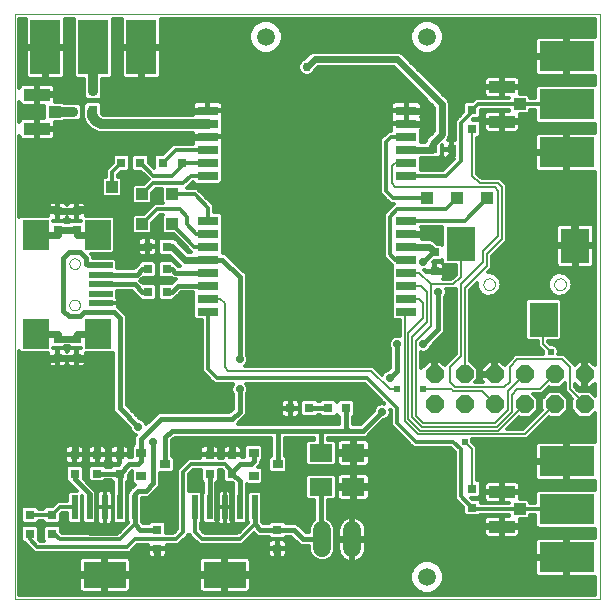
<source format=gtl>
G75*
G70*
%OFA0B0*%
%FSLAX24Y24*%
%IPPOS*%
%LPD*%
%AMOC8*
5,1,8,0,0,1.08239X$1,22.5*
%
%ADD10C,0.0000*%
%ADD11R,0.0709X0.0315*%
%ADD12R,0.1000X0.1800*%
%ADD13R,0.1800X0.1000*%
%ADD14R,0.0866X0.0984*%
%ADD15R,0.0787X0.0197*%
%ADD16R,0.0315X0.0315*%
%ADD17R,0.0394X0.0394*%
%ADD18R,0.0413X0.0394*%
%ADD19R,0.0866X0.0413*%
%ADD20R,0.0945X0.1157*%
%ADD21OC8,0.0600*%
%ADD22R,0.0217X0.0846*%
%ADD23R,0.1417X0.0866*%
%ADD24C,0.0594*%
%ADD25R,0.0350X0.0310*%
%ADD26R,0.0768X0.0591*%
%ADD27C,0.0591*%
%ADD28C,0.0300*%
%ADD29C,0.0240*%
%ADD30C,0.0280*%
%ADD31C,0.0160*%
%ADD32C,0.0240*%
%ADD33C,0.0120*%
%ADD34C,0.0180*%
%ADD35C,0.0320*%
%ADD36C,0.0060*%
D10*
X000675Y000300D02*
X000675Y019800D01*
X020175Y019800D01*
X020175Y000300D01*
X000675Y000300D01*
X002498Y010111D02*
X002500Y010137D01*
X002506Y010163D01*
X002516Y010188D01*
X002529Y010211D01*
X002545Y010231D01*
X002565Y010249D01*
X002587Y010264D01*
X002610Y010276D01*
X002636Y010284D01*
X002662Y010288D01*
X002688Y010288D01*
X002714Y010284D01*
X002740Y010276D01*
X002764Y010264D01*
X002785Y010249D01*
X002805Y010231D01*
X002821Y010211D01*
X002834Y010188D01*
X002844Y010163D01*
X002850Y010137D01*
X002852Y010111D01*
X002850Y010085D01*
X002844Y010059D01*
X002834Y010034D01*
X002821Y010011D01*
X002805Y009991D01*
X002785Y009973D01*
X002763Y009958D01*
X002740Y009946D01*
X002714Y009938D01*
X002688Y009934D01*
X002662Y009934D01*
X002636Y009938D01*
X002610Y009946D01*
X002586Y009958D01*
X002565Y009973D01*
X002545Y009991D01*
X002529Y010011D01*
X002516Y010034D01*
X002506Y010059D01*
X002500Y010085D01*
X002498Y010111D01*
X002498Y011489D02*
X002500Y011515D01*
X002506Y011541D01*
X002516Y011566D01*
X002529Y011589D01*
X002545Y011609D01*
X002565Y011627D01*
X002587Y011642D01*
X002610Y011654D01*
X002636Y011662D01*
X002662Y011666D01*
X002688Y011666D01*
X002714Y011662D01*
X002740Y011654D01*
X002764Y011642D01*
X002785Y011627D01*
X002805Y011609D01*
X002821Y011589D01*
X002834Y011566D01*
X002844Y011541D01*
X002850Y011515D01*
X002852Y011489D01*
X002850Y011463D01*
X002844Y011437D01*
X002834Y011412D01*
X002821Y011389D01*
X002805Y011369D01*
X002785Y011351D01*
X002763Y011336D01*
X002740Y011324D01*
X002714Y011316D01*
X002688Y011312D01*
X002662Y011312D01*
X002636Y011316D01*
X002610Y011324D01*
X002586Y011336D01*
X002565Y011351D01*
X002545Y011369D01*
X002529Y011389D01*
X002516Y011412D01*
X002506Y011437D01*
X002500Y011463D01*
X002498Y011489D01*
X000800Y019800D02*
X005800Y019800D01*
X016297Y010800D02*
X016299Y010827D01*
X016305Y010854D01*
X016314Y010880D01*
X016327Y010904D01*
X016343Y010927D01*
X016362Y010946D01*
X016384Y010963D01*
X016408Y010977D01*
X016433Y010987D01*
X016460Y010994D01*
X016487Y010997D01*
X016515Y010996D01*
X016542Y010991D01*
X016568Y010983D01*
X016592Y010971D01*
X016615Y010955D01*
X016636Y010937D01*
X016653Y010916D01*
X016668Y010892D01*
X016679Y010867D01*
X016687Y010841D01*
X016691Y010814D01*
X016691Y010786D01*
X016687Y010759D01*
X016679Y010733D01*
X016668Y010708D01*
X016653Y010684D01*
X016636Y010663D01*
X016615Y010645D01*
X016593Y010629D01*
X016568Y010617D01*
X016542Y010609D01*
X016515Y010604D01*
X016487Y010603D01*
X016460Y010606D01*
X016433Y010613D01*
X016408Y010623D01*
X016384Y010637D01*
X016362Y010654D01*
X016343Y010673D01*
X016327Y010696D01*
X016314Y010720D01*
X016305Y010746D01*
X016299Y010773D01*
X016297Y010800D01*
X018659Y010800D02*
X018661Y010827D01*
X018667Y010854D01*
X018676Y010880D01*
X018689Y010904D01*
X018705Y010927D01*
X018724Y010946D01*
X018746Y010963D01*
X018770Y010977D01*
X018795Y010987D01*
X018822Y010994D01*
X018849Y010997D01*
X018877Y010996D01*
X018904Y010991D01*
X018930Y010983D01*
X018954Y010971D01*
X018977Y010955D01*
X018998Y010937D01*
X019015Y010916D01*
X019030Y010892D01*
X019041Y010867D01*
X019049Y010841D01*
X019053Y010814D01*
X019053Y010786D01*
X019049Y010759D01*
X019041Y010733D01*
X019030Y010708D01*
X019015Y010684D01*
X018998Y010663D01*
X018977Y010645D01*
X018955Y010629D01*
X018930Y010617D01*
X018904Y010609D01*
X018877Y010604D01*
X018849Y010603D01*
X018822Y010606D01*
X018795Y010613D01*
X018770Y010623D01*
X018746Y010637D01*
X018724Y010654D01*
X018705Y010673D01*
X018689Y010696D01*
X018676Y010720D01*
X018667Y010746D01*
X018661Y010773D01*
X018659Y010800D01*
X020175Y014300D02*
X020175Y019300D01*
X020175Y005800D02*
X020175Y000800D01*
D11*
X013732Y009894D03*
X013732Y010328D03*
X013732Y010761D03*
X013732Y011194D03*
X013732Y011627D03*
X013732Y012060D03*
X013732Y012493D03*
X013732Y012926D03*
X013732Y014422D03*
X013732Y014855D03*
X013732Y015288D03*
X013732Y015721D03*
X013732Y016154D03*
X013732Y016587D03*
X007118Y016587D03*
X007118Y016154D03*
X007118Y015721D03*
X007118Y015288D03*
X007118Y014855D03*
X007118Y014422D03*
X007118Y012926D03*
X007118Y012493D03*
X007118Y012060D03*
X007118Y011627D03*
X007118Y011194D03*
X007118Y010761D03*
X007118Y010328D03*
X007118Y009894D03*
D12*
X004900Y018700D03*
X003300Y018700D03*
X001700Y018700D03*
D13*
X019075Y018400D03*
X019075Y016800D03*
X019075Y015200D03*
X019075Y004900D03*
X019075Y003300D03*
X019075Y001700D03*
D14*
X003462Y009146D03*
X001376Y009146D03*
X001376Y012454D03*
X003462Y012454D03*
D15*
X003561Y011430D03*
X003561Y011115D03*
X003561Y010800D03*
X003561Y010485D03*
X003561Y010170D03*
D16*
X002738Y008990D03*
X002113Y008990D03*
X002113Y008360D03*
X002738Y008360D03*
X005110Y010550D03*
X005740Y010550D03*
X005740Y011300D03*
X005110Y011300D03*
X005110Y012050D03*
X005740Y012050D03*
X005610Y014850D03*
X006240Y014850D03*
X004865Y014850D03*
X004235Y014850D03*
X003240Y016550D03*
X003300Y016610D03*
X003300Y017240D03*
X002610Y016550D03*
X002738Y013240D03*
X002738Y012610D03*
X002113Y012610D03*
X002113Y013240D03*
X009860Y006675D03*
X010490Y006675D03*
X011130Y006675D03*
X011720Y006675D03*
X007925Y005115D03*
X007925Y004485D03*
X007175Y004485D03*
X007175Y005115D03*
X005425Y002615D03*
X005425Y001985D03*
X004175Y004485D03*
X004175Y005115D03*
X003425Y005115D03*
X003425Y004485D03*
X002675Y004485D03*
X002675Y005115D03*
X001925Y003115D03*
X001925Y002485D03*
X001175Y002485D03*
X001175Y003115D03*
X009425Y002615D03*
X009425Y001985D03*
X015925Y003360D03*
X015925Y003990D03*
X014675Y011235D03*
X014675Y011865D03*
X014610Y015300D03*
X015240Y015300D03*
X015925Y015985D03*
X015925Y016615D03*
D17*
X015425Y013675D03*
X014425Y013675D03*
X016425Y013675D03*
X005925Y013800D03*
X005925Y012800D03*
X004925Y012800D03*
X004925Y013800D03*
X003925Y014050D03*
D18*
X002017Y016550D03*
X017517Y016800D03*
X017517Y003300D03*
D19*
X016925Y002728D03*
X016925Y003872D03*
X016925Y016228D03*
X016925Y017372D03*
X001425Y017122D03*
X001425Y015978D03*
D20*
X015549Y012148D03*
X018305Y009619D03*
X019368Y012089D03*
D21*
X019675Y007800D03*
X019675Y006800D03*
X018675Y006800D03*
X018675Y007800D03*
X017675Y007800D03*
X017675Y006800D03*
X016675Y006800D03*
X016675Y007800D03*
X015675Y007800D03*
X015675Y006800D03*
X014675Y006800D03*
X014675Y007800D03*
D22*
X008675Y003363D03*
X008175Y003363D03*
X007675Y003363D03*
X007175Y003363D03*
X006675Y003363D03*
X004675Y003363D03*
X004175Y003363D03*
X003675Y003363D03*
X003175Y003363D03*
X002675Y003363D03*
D23*
X003675Y001119D03*
X007675Y001119D03*
D24*
X010925Y002003D02*
X010925Y002597D01*
X011925Y002597D02*
X011925Y002003D01*
D25*
X009450Y004800D03*
X008650Y004420D03*
X008650Y005180D03*
X005700Y004800D03*
X004900Y004420D03*
X004900Y005180D03*
D26*
X010884Y005175D03*
X011966Y005175D03*
X011966Y004050D03*
X010884Y004050D03*
D27*
X014425Y001050D03*
X014425Y019050D03*
X009050Y019050D03*
D28*
X010425Y018050D03*
X006425Y016550D03*
X006425Y015675D03*
X003175Y013300D03*
X001675Y013300D03*
X001675Y008300D03*
X003175Y008300D03*
X014425Y012550D03*
X014425Y016050D03*
X014425Y016550D03*
D29*
X014388Y016587D01*
X013732Y016587D01*
X013732Y016154D02*
X014321Y016154D01*
X014425Y016050D01*
X014925Y015800D02*
X014610Y015485D01*
X014610Y015300D01*
X014598Y015288D01*
X013732Y015288D01*
X014925Y014800D02*
X015240Y015115D01*
X015240Y015300D01*
X014925Y015800D02*
X014925Y016800D01*
X013425Y018300D01*
X010675Y018300D01*
X010425Y018050D01*
X007118Y016587D02*
X006462Y016587D01*
X006425Y016550D01*
X006471Y015721D02*
X006425Y015675D01*
X006471Y015721D02*
X007118Y015721D01*
X003462Y012454D02*
X002738Y012454D01*
X002738Y012610D01*
X002113Y012610D01*
X002113Y012454D01*
X001376Y012454D01*
X002113Y013240D02*
X002113Y013300D01*
X001675Y013300D01*
X002113Y013240D02*
X002738Y013240D01*
X002738Y013300D01*
X003175Y013300D01*
X004675Y012050D02*
X005110Y012050D01*
X005740Y012050D02*
X005925Y012050D01*
X006348Y011627D01*
X007118Y011627D01*
X003462Y009146D02*
X002738Y009146D01*
X002738Y008990D01*
X002113Y008990D01*
X002113Y009146D01*
X001376Y009146D01*
X001675Y008300D02*
X002113Y008300D01*
X002113Y008360D01*
X002738Y008360D01*
X002738Y008300D01*
X003175Y008300D01*
X003425Y005550D02*
X003425Y005115D01*
X002675Y005115D02*
X002675Y005550D01*
X004175Y005550D02*
X004175Y005115D01*
X007175Y005115D02*
X007175Y005550D01*
X007925Y005550D02*
X007925Y005115D01*
X009425Y001985D02*
X009425Y001550D01*
X005425Y001550D02*
X005425Y001985D01*
X014675Y011235D02*
X014990Y011235D01*
X015175Y011050D01*
X014675Y011865D02*
X014480Y012060D01*
X013732Y012060D01*
X013732Y012493D02*
X014368Y012493D01*
X014425Y012550D01*
X003300Y016610D02*
X003298Y016597D01*
X003294Y016584D01*
X003287Y016573D01*
X003277Y016563D01*
X003266Y016556D01*
X003253Y016552D01*
X003240Y016550D01*
D30*
X004675Y012050D03*
X008175Y008300D03*
X008175Y007300D03*
X009300Y006675D03*
X007925Y005550D03*
X007175Y005550D03*
X007675Y004050D03*
X007425Y002675D03*
X007925Y002675D03*
X008675Y001425D03*
X008675Y000800D03*
X009425Y001550D03*
X006675Y001425D03*
X006675Y000800D03*
X005425Y001550D03*
X004675Y001425D03*
X004675Y000800D03*
X002675Y000800D03*
X002675Y001425D03*
X003425Y002675D03*
X003925Y002675D03*
X003675Y004050D03*
X003425Y005550D03*
X002675Y005550D03*
X004175Y005550D03*
X004800Y006050D03*
X005300Y005550D03*
X012675Y005425D03*
X012675Y004925D03*
X012675Y004300D03*
X012675Y003800D03*
X012925Y006550D03*
X013175Y007675D03*
X013425Y008800D03*
X014300Y008800D03*
X014800Y010550D03*
X015175Y011050D03*
X014300Y011550D03*
X014925Y014800D03*
X019300Y012925D03*
D31*
X019300Y012157D01*
X019368Y012089D01*
X007118Y011194D02*
X006031Y011194D01*
X005925Y011300D01*
X005740Y011300D01*
X005110Y011300D02*
X004925Y011300D01*
X004740Y011115D01*
X003561Y011115D01*
X003561Y010800D02*
X004675Y010800D01*
X004925Y010550D01*
X005110Y010550D01*
X005740Y010550D02*
X005925Y010550D01*
X006136Y010761D01*
X007118Y010761D01*
X007175Y004485D02*
X007175Y003363D01*
X003175Y003363D02*
X003175Y003800D01*
X002675Y004300D01*
X002675Y004485D01*
D32*
X013425Y007300D03*
X014300Y007300D03*
X015675Y005550D03*
X016675Y004300D03*
X017175Y004300D03*
X017175Y002300D03*
X016675Y002300D03*
X018550Y008550D03*
X017175Y015800D03*
X016675Y015800D03*
X016675Y017800D03*
X017175Y017800D03*
X006050Y016675D03*
X005675Y016675D03*
X005300Y016675D03*
X004925Y016675D03*
X004550Y016675D03*
X004175Y016675D03*
X003800Y016675D03*
X003800Y017050D03*
X003800Y017425D03*
X002800Y017425D03*
X002800Y017050D03*
X002425Y017050D03*
X002175Y017300D03*
X002425Y017550D03*
X001675Y017550D03*
X001175Y017550D03*
X002425Y016050D03*
X002800Y016050D03*
X003050Y015800D03*
X003425Y015675D03*
X003800Y015675D03*
X004175Y015675D03*
X004550Y015675D03*
X004925Y015675D03*
X005300Y015675D03*
X005675Y015675D03*
X006050Y015675D03*
X001675Y015550D03*
X001175Y015550D03*
D33*
X000971Y015611D02*
X000930Y015622D01*
X000894Y015643D01*
X000864Y015673D01*
X000843Y015710D01*
X000835Y015739D01*
X000835Y013036D01*
X000885Y013086D01*
X001795Y013086D01*
X001795Y013221D01*
X002094Y013221D01*
X002131Y013221D01*
X002131Y012922D01*
X002291Y012922D01*
X002332Y012933D01*
X002368Y012954D01*
X002398Y012984D01*
X002419Y013021D01*
X002425Y013043D01*
X002431Y013021D01*
X002452Y012984D01*
X002482Y012954D01*
X002518Y012933D01*
X002559Y012922D01*
X002719Y012922D01*
X002719Y013221D01*
X002756Y013221D01*
X002756Y012922D01*
X002889Y012922D01*
X002889Y012908D01*
X002522Y012908D01*
X002485Y012870D01*
X002365Y012870D01*
X002328Y012908D01*
X001949Y012908D01*
X001949Y012922D01*
X002094Y012922D01*
X002094Y013221D01*
X002094Y013259D01*
X002094Y013557D01*
X001934Y013557D01*
X001893Y013547D01*
X001857Y013525D01*
X001827Y013496D01*
X001806Y013459D01*
X001795Y013419D01*
X001795Y013259D01*
X002094Y013259D01*
X002131Y013259D01*
X002131Y013557D01*
X002291Y013557D01*
X002332Y013547D01*
X002368Y013525D01*
X002398Y013496D01*
X002419Y013459D01*
X002425Y013437D01*
X002431Y013459D01*
X002452Y013496D01*
X002482Y013525D01*
X002518Y013547D01*
X002559Y013557D01*
X002719Y013557D01*
X002719Y013259D01*
X002756Y013259D01*
X002756Y013557D01*
X002916Y013557D01*
X002957Y013547D01*
X002993Y013525D01*
X003023Y013496D01*
X003044Y013459D01*
X003055Y013419D01*
X003055Y013259D01*
X002756Y013259D01*
X002756Y013221D01*
X003055Y013221D01*
X003055Y013086D01*
X003953Y013086D01*
X004035Y013004D01*
X004035Y011903D01*
X003953Y011821D01*
X003229Y011821D01*
X003280Y011770D01*
X003280Y011668D01*
X004013Y011668D01*
X004095Y011586D01*
X004095Y011335D01*
X004649Y011335D01*
X004705Y011391D01*
X004813Y011499D01*
X004813Y011515D01*
X004895Y011597D01*
X005326Y011597D01*
X005408Y011515D01*
X005408Y011085D01*
X005326Y011003D01*
X004939Y011003D01*
X004861Y010925D01*
X004939Y010847D01*
X005326Y010847D01*
X005524Y010847D01*
X005442Y010765D01*
X005442Y010335D01*
X005524Y010253D01*
X005955Y010253D01*
X006037Y010335D01*
X006037Y010351D01*
X006145Y010459D01*
X006227Y010541D01*
X006624Y010541D01*
X006624Y010112D01*
X006625Y010111D01*
X006624Y010110D01*
X006624Y009679D01*
X006706Y009597D01*
X006918Y009597D01*
X006918Y007899D01*
X007225Y007592D01*
X007342Y007475D01*
X007954Y007475D01*
X007938Y007459D01*
X007895Y007356D01*
X007895Y007244D01*
X007938Y007141D01*
X007945Y007134D01*
X007945Y006645D01*
X007830Y006530D01*
X005455Y006530D01*
X005320Y006395D01*
X005065Y006141D01*
X005037Y006209D01*
X004959Y006287D01*
X004856Y006330D01*
X004845Y006330D01*
X004405Y006770D01*
X004405Y009770D01*
X004270Y009905D01*
X004115Y010061D01*
X004115Y010170D01*
X004115Y010290D01*
X004104Y010330D01*
X004095Y010346D01*
X004095Y010580D01*
X004584Y010580D01*
X004705Y010459D01*
X004813Y010351D01*
X004813Y010335D01*
X004895Y010253D01*
X005326Y010253D01*
X005408Y010335D01*
X005408Y010765D01*
X005326Y010847D01*
X005408Y010728D02*
X005442Y010728D01*
X005442Y010610D02*
X005408Y010610D01*
X005408Y010491D02*
X005442Y010491D01*
X005442Y010373D02*
X005408Y010373D01*
X005327Y010254D02*
X005523Y010254D01*
X005957Y010254D02*
X006624Y010254D01*
X006624Y010136D02*
X004115Y010136D01*
X004115Y010170D02*
X003561Y010170D01*
X003561Y010170D01*
X004115Y010170D01*
X004115Y010254D02*
X004893Y010254D01*
X004791Y010373D02*
X004095Y010373D01*
X004095Y010491D02*
X004673Y010491D01*
X004901Y010965D02*
X006029Y010965D01*
X006038Y010974D02*
X005911Y010847D01*
X005524Y010847D01*
X005524Y011003D02*
X005911Y011003D01*
X005940Y010974D01*
X006038Y010974D01*
X006122Y011414D02*
X006037Y011499D01*
X006037Y011515D01*
X005955Y011597D01*
X005524Y011597D01*
X005442Y011515D01*
X005442Y011085D01*
X005524Y011003D01*
X005443Y011084D02*
X005407Y011084D01*
X005408Y011202D02*
X005442Y011202D01*
X005442Y011321D02*
X005408Y011321D01*
X005408Y011439D02*
X005442Y011439D01*
X005485Y011558D02*
X005365Y011558D01*
X005329Y011743D02*
X005366Y011764D01*
X005396Y011794D01*
X005417Y011831D01*
X005428Y011871D01*
X005428Y012031D01*
X005129Y012031D01*
X005129Y012069D01*
X005091Y012069D01*
X005091Y012031D01*
X004793Y012031D01*
X004793Y011871D01*
X004803Y011831D01*
X004825Y011794D01*
X004854Y011764D01*
X004891Y011743D01*
X004931Y011733D01*
X005091Y011733D01*
X005091Y012031D01*
X005129Y012031D01*
X005129Y011733D01*
X005289Y011733D01*
X005329Y011743D01*
X005396Y011795D02*
X005482Y011795D01*
X005442Y011835D02*
X005524Y011753D01*
X005855Y011753D01*
X006128Y011479D01*
X006194Y011414D01*
X006122Y011414D01*
X006097Y011439D02*
X006168Y011439D01*
X006050Y011558D02*
X005995Y011558D01*
X005931Y011676D02*
X003280Y011676D01*
X003256Y011795D02*
X004824Y011795D01*
X004793Y011913D02*
X004035Y011913D01*
X004035Y012032D02*
X005091Y012032D01*
X005091Y012069D02*
X004793Y012069D01*
X004793Y012229D01*
X004803Y012269D01*
X004825Y012306D01*
X004854Y012336D01*
X004891Y012357D01*
X004931Y012367D01*
X005091Y012367D01*
X005091Y012069D01*
X005129Y012069D02*
X005129Y012367D01*
X005289Y012367D01*
X005329Y012357D01*
X005366Y012336D01*
X005396Y012306D01*
X005417Y012269D01*
X005428Y012229D01*
X005428Y012069D01*
X005129Y012069D01*
X005129Y012032D02*
X005442Y012032D01*
X005428Y012150D02*
X005442Y012150D01*
X005442Y012265D02*
X005442Y011835D01*
X005442Y011913D02*
X005428Y011913D01*
X005129Y011913D02*
X005091Y011913D01*
X005091Y011795D02*
X005129Y011795D01*
X004855Y011558D02*
X004095Y011558D01*
X004095Y011439D02*
X004753Y011439D01*
X004793Y012150D02*
X004035Y012150D01*
X004035Y012269D02*
X004803Y012269D01*
X004670Y012463D02*
X005180Y012463D01*
X005262Y012545D01*
X005262Y012854D01*
X005508Y013100D01*
X005633Y013100D01*
X005588Y013055D01*
X005588Y012545D01*
X005670Y012463D01*
X005979Y012463D01*
X006555Y011887D01*
X006456Y011887D01*
X006072Y012270D01*
X006004Y012299D01*
X005955Y012347D01*
X005524Y012347D01*
X005442Y012265D01*
X005446Y012269D02*
X005417Y012269D01*
X005129Y012269D02*
X005091Y012269D01*
X005091Y012150D02*
X005129Y012150D01*
X005222Y012506D02*
X005628Y012506D01*
X005588Y012624D02*
X005262Y012624D01*
X005262Y012743D02*
X005588Y012743D01*
X005588Y012861D02*
X005269Y012861D01*
X005387Y012980D02*
X005588Y012980D01*
X005631Y013098D02*
X005506Y013098D01*
X005425Y013300D02*
X006175Y013300D01*
X006425Y013050D01*
X006425Y012800D01*
X006732Y012493D01*
X007118Y012493D01*
X007118Y012926D02*
X007118Y013357D01*
X006675Y013800D01*
X005925Y013800D01*
X005588Y013809D02*
X005262Y013809D01*
X005262Y013854D02*
X005383Y013975D01*
X005588Y013975D01*
X005588Y013545D01*
X005633Y013500D01*
X005342Y013500D01*
X005225Y013383D01*
X004979Y013137D01*
X004670Y013137D01*
X004588Y013055D01*
X004588Y012545D01*
X004670Y012463D01*
X004628Y012506D02*
X004035Y012506D01*
X004035Y012624D02*
X004588Y012624D01*
X004588Y012743D02*
X004035Y012743D01*
X004035Y012861D02*
X004588Y012861D01*
X004588Y012980D02*
X004035Y012980D01*
X004035Y012387D02*
X006055Y012387D01*
X006074Y012269D02*
X006174Y012269D01*
X006193Y012150D02*
X006292Y012150D01*
X006311Y012032D02*
X006411Y012032D01*
X006430Y011913D02*
X006529Y011913D01*
X006665Y012060D02*
X005925Y012800D01*
X005425Y013300D02*
X004925Y012800D01*
X004631Y013098D02*
X003055Y013098D01*
X003055Y013217D02*
X005059Y013217D01*
X005177Y013335D02*
X003055Y013335D01*
X003046Y013454D02*
X005296Y013454D01*
X005262Y013545D02*
X005262Y013854D01*
X005335Y013928D02*
X005588Y013928D01*
X005588Y013691D02*
X005262Y013691D01*
X005262Y013572D02*
X005588Y013572D01*
X005262Y013545D02*
X005180Y013463D01*
X004670Y013463D01*
X004588Y013545D01*
X004588Y014055D01*
X004670Y014137D01*
X004979Y014137D01*
X005100Y014258D01*
X005142Y014300D01*
X004890Y014553D01*
X004649Y014553D01*
X004567Y014635D01*
X004567Y015065D01*
X004649Y015147D01*
X005080Y015147D01*
X005162Y015065D01*
X005162Y014845D01*
X005313Y014695D01*
X005313Y015065D01*
X005395Y015147D01*
X005625Y015147D01*
X005965Y015488D01*
X006622Y015488D01*
X006614Y015502D01*
X006604Y015543D01*
X006604Y015703D01*
X007099Y015703D01*
X007099Y015740D01*
X006604Y015740D01*
X006604Y015854D01*
X003497Y015854D01*
X003242Y015960D01*
X003242Y015960D01*
X003046Y016156D01*
X003046Y016156D01*
X002993Y016284D01*
X002942Y016335D01*
X002942Y016406D01*
X002940Y016412D01*
X002940Y016610D01*
X002942Y016616D01*
X002942Y016765D01*
X003003Y016826D01*
X003003Y016826D01*
X003085Y016908D01*
X003515Y016908D01*
X003597Y016826D01*
X003597Y016464D01*
X003617Y016456D01*
X003636Y016454D01*
X006604Y016454D01*
X006604Y016569D01*
X007099Y016569D01*
X007099Y016606D01*
X006604Y016606D01*
X006604Y016766D01*
X006614Y016807D01*
X006636Y016843D01*
X006665Y016873D01*
X006702Y016894D01*
X006743Y016905D01*
X007099Y016905D01*
X007099Y016606D01*
X007137Y016606D01*
X007632Y016606D01*
X007632Y016766D01*
X007621Y016807D01*
X007600Y016843D01*
X007570Y016873D01*
X007534Y016894D01*
X007493Y016905D01*
X007137Y016905D01*
X007137Y016606D01*
X007137Y016569D01*
X007632Y016569D01*
X007632Y016409D01*
X007621Y016368D01*
X007612Y016352D01*
X007612Y015956D01*
X007621Y015940D01*
X007632Y015900D01*
X007632Y015740D01*
X007137Y015740D01*
X007137Y015703D01*
X007632Y015703D01*
X007632Y015543D01*
X007621Y015502D01*
X007612Y015486D01*
X007612Y015073D01*
X007611Y015072D01*
X007612Y015071D01*
X007612Y014640D01*
X007611Y014639D01*
X007612Y014638D01*
X007612Y014207D01*
X007530Y014125D01*
X006706Y014125D01*
X006624Y014207D01*
X006624Y014216D01*
X006408Y014000D01*
X006758Y014000D01*
X006875Y013883D01*
X007318Y013440D01*
X007318Y013223D01*
X007530Y013223D01*
X007612Y013141D01*
X007612Y012711D01*
X007611Y012709D01*
X007612Y012708D01*
X007612Y012277D01*
X007611Y012276D01*
X007612Y012275D01*
X007612Y011857D01*
X007693Y011857D01*
X007828Y011722D01*
X008405Y011145D01*
X008405Y008466D01*
X008412Y008459D01*
X008455Y008356D01*
X008455Y008244D01*
X008412Y008141D01*
X008366Y008095D01*
X012620Y008095D01*
X012921Y007794D01*
X012938Y007834D01*
X013016Y007912D01*
X013119Y007955D01*
X013130Y007955D01*
X013195Y008020D01*
X013195Y008634D01*
X013188Y008641D01*
X013145Y008744D01*
X013145Y008856D01*
X013188Y008959D01*
X013266Y009037D01*
X013369Y009080D01*
X013481Y009080D01*
X013505Y009070D01*
X013505Y009597D01*
X013320Y009597D01*
X013238Y009679D01*
X013238Y010110D01*
X013239Y010111D01*
X013238Y010112D01*
X013238Y010543D01*
X013239Y010544D01*
X013238Y010545D01*
X013238Y010976D01*
X013239Y010977D01*
X013238Y010978D01*
X013238Y011409D01*
X013239Y011410D01*
X013238Y011411D01*
X013238Y011454D01*
X013092Y011600D01*
X013092Y011600D01*
X012975Y011717D01*
X012975Y013133D01*
X013092Y013250D01*
X013317Y013475D01*
X013217Y013475D01*
X013100Y013592D01*
X012850Y013842D01*
X012850Y015633D01*
X012967Y015750D01*
X012967Y015750D01*
X013138Y015921D01*
X013237Y015921D01*
X013229Y015935D01*
X013218Y015976D01*
X013218Y016136D01*
X013713Y016136D01*
X013713Y016173D01*
X013218Y016173D01*
X013218Y016333D01*
X013228Y016371D01*
X013218Y016409D01*
X013218Y016569D01*
X013713Y016569D01*
X013713Y016606D01*
X013218Y016606D01*
X013218Y016766D01*
X013229Y016807D01*
X013250Y016843D01*
X013280Y016873D01*
X013316Y016894D01*
X013357Y016905D01*
X013713Y016905D01*
X013713Y016606D01*
X013751Y016606D01*
X014246Y016606D01*
X014246Y016766D01*
X014236Y016807D01*
X014214Y016843D01*
X014185Y016873D01*
X014148Y016894D01*
X014107Y016905D01*
X013751Y016905D01*
X013751Y016606D01*
X013751Y016569D01*
X014246Y016569D01*
X014246Y016409D01*
X014236Y016371D01*
X014246Y016333D01*
X014246Y016173D01*
X013751Y016173D01*
X013751Y016136D01*
X014246Y016136D01*
X014246Y015976D01*
X014236Y015935D01*
X014226Y015919D01*
X014226Y015548D01*
X014345Y015548D01*
X014361Y015564D01*
X014390Y015632D01*
X014463Y015705D01*
X014665Y015908D01*
X014665Y016692D01*
X013317Y018040D01*
X010783Y018040D01*
X010701Y017958D01*
X010671Y017886D01*
X010589Y017804D01*
X010483Y017760D01*
X010367Y017760D01*
X010261Y017804D01*
X010179Y017886D01*
X010135Y017992D01*
X010135Y018108D01*
X010179Y018214D01*
X010261Y018296D01*
X010333Y018326D01*
X010455Y018447D01*
X010528Y018520D01*
X010623Y018560D01*
X013477Y018560D01*
X013572Y018520D01*
X015072Y017020D01*
X015145Y016947D01*
X015185Y016852D01*
X015185Y015748D01*
X015145Y015653D01*
X015110Y015617D01*
X015221Y015617D01*
X015221Y015319D01*
X015259Y015319D01*
X015259Y015617D01*
X015350Y015617D01*
X015350Y016258D01*
X015467Y016375D01*
X015628Y016535D01*
X015628Y016830D01*
X015710Y016912D01*
X015940Y016912D01*
X016027Y017000D01*
X017170Y017000D01*
X017170Y017005D01*
X016968Y017005D01*
X016968Y017328D01*
X016882Y017328D01*
X016882Y017005D01*
X016471Y017005D01*
X016430Y017016D01*
X016394Y017037D01*
X016364Y017067D01*
X016343Y017103D01*
X016332Y017144D01*
X016332Y017329D01*
X016882Y017329D01*
X016882Y017415D01*
X016882Y017739D01*
X016471Y017739D01*
X016430Y017728D01*
X016394Y017707D01*
X016364Y017677D01*
X016343Y017640D01*
X016332Y017600D01*
X016332Y017415D01*
X016882Y017415D01*
X016968Y017415D01*
X016968Y017739D01*
X017379Y017739D01*
X017420Y017728D01*
X017456Y017707D01*
X017486Y017677D01*
X017507Y017640D01*
X017518Y017600D01*
X017518Y017415D01*
X016968Y017415D01*
X016968Y017329D01*
X017518Y017329D01*
X017518Y017144D01*
X017516Y017137D01*
X017781Y017137D01*
X017863Y017055D01*
X017863Y017000D01*
X018035Y017000D01*
X018035Y017358D01*
X018117Y017440D01*
X020015Y017440D01*
X020015Y017745D01*
X019996Y017740D01*
X019135Y017740D01*
X019135Y018340D01*
X019015Y018340D01*
X019015Y017740D01*
X018154Y017740D01*
X018113Y017751D01*
X018077Y017772D01*
X018047Y017802D01*
X018026Y017838D01*
X014255Y017838D01*
X014373Y017720D02*
X016416Y017720D01*
X016332Y017601D02*
X014492Y017601D01*
X014610Y017483D02*
X016332Y017483D01*
X016332Y017246D02*
X014847Y017246D01*
X014729Y017364D02*
X016882Y017364D01*
X016968Y017364D02*
X018041Y017364D01*
X018035Y017246D02*
X017518Y017246D01*
X017518Y017483D02*
X020015Y017483D01*
X020015Y017601D02*
X017518Y017601D01*
X017434Y017720D02*
X020015Y017720D01*
X019135Y017838D02*
X019015Y017838D01*
X019015Y017957D02*
X019135Y017957D01*
X019135Y018075D02*
X019015Y018075D01*
X019015Y018194D02*
X019135Y018194D01*
X019135Y018312D02*
X019015Y018312D01*
X019015Y018340D02*
X018015Y018340D01*
X018015Y017879D01*
X018026Y017838D01*
X018015Y017957D02*
X014136Y017957D01*
X014018Y018075D02*
X018015Y018075D01*
X018015Y018194D02*
X013899Y018194D01*
X013781Y018312D02*
X018015Y018312D01*
X018015Y018460D02*
X019015Y018460D01*
X019015Y019060D01*
X018154Y019060D01*
X018113Y019049D01*
X018077Y019028D01*
X018047Y018998D01*
X018026Y018962D01*
X018015Y018921D01*
X018015Y018460D01*
X018015Y018549D02*
X014673Y018549D01*
X014741Y018577D02*
X014898Y018734D01*
X014983Y018939D01*
X014983Y019161D01*
X014898Y019366D01*
X014741Y019523D01*
X014536Y019608D01*
X014314Y019608D01*
X014109Y019523D01*
X013952Y019366D01*
X013867Y019161D01*
X013867Y018939D01*
X013952Y018734D01*
X014109Y018577D01*
X014314Y018492D01*
X014536Y018492D01*
X014741Y018577D01*
X014831Y018668D02*
X018015Y018668D01*
X018015Y018786D02*
X014919Y018786D01*
X014968Y018905D02*
X018015Y018905D01*
X018072Y019023D02*
X014983Y019023D01*
X014983Y019142D02*
X020015Y019142D01*
X019996Y019060D02*
X019135Y019060D01*
X019135Y018460D01*
X019015Y018460D01*
X019015Y018340D01*
X019015Y018431D02*
X013662Y018431D01*
X013503Y018549D02*
X014177Y018549D01*
X014019Y018668D02*
X009456Y018668D01*
X009523Y018734D02*
X009608Y018939D01*
X009608Y019161D01*
X009523Y019366D01*
X009366Y019523D01*
X009161Y019608D01*
X008939Y019608D01*
X008734Y019523D01*
X008577Y019366D01*
X008492Y019161D01*
X008492Y018939D01*
X008577Y018734D01*
X008734Y018577D01*
X008939Y018492D01*
X009161Y018492D01*
X009366Y018577D01*
X009523Y018734D01*
X009544Y018786D02*
X013931Y018786D01*
X013882Y018905D02*
X009593Y018905D01*
X009608Y019023D02*
X013867Y019023D01*
X013867Y019142D02*
X009608Y019142D01*
X009566Y019260D02*
X013909Y019260D01*
X013965Y019379D02*
X009510Y019379D01*
X009391Y019497D02*
X014084Y019497D01*
X014766Y019497D02*
X020015Y019497D01*
X020015Y019379D02*
X014885Y019379D01*
X014941Y019260D02*
X020015Y019260D01*
X019996Y019060D02*
X020015Y019055D01*
X020015Y019640D01*
X005555Y019640D01*
X005560Y019621D01*
X005560Y018760D01*
X004960Y018760D01*
X004960Y018640D01*
X005560Y018640D01*
X005560Y017779D01*
X005549Y017738D01*
X005528Y017702D01*
X005498Y017672D01*
X005462Y017651D01*
X005421Y017640D01*
X004960Y017640D01*
X004960Y018640D01*
X004840Y018640D01*
X004840Y017640D01*
X004379Y017640D01*
X004338Y017651D01*
X004302Y017672D01*
X004272Y017702D01*
X004251Y017738D01*
X004240Y017779D01*
X004240Y018640D01*
X004840Y018640D01*
X004840Y018760D01*
X004240Y018760D01*
X004240Y019621D01*
X004245Y019640D01*
X003940Y019640D01*
X003940Y017742D01*
X003858Y017660D01*
X003600Y017660D01*
X003600Y017180D01*
X003597Y017174D01*
X003597Y017024D01*
X003515Y016942D01*
X003366Y016942D01*
X003360Y016940D01*
X003240Y016940D01*
X003234Y016942D01*
X003085Y016942D01*
X003003Y017024D01*
X003003Y017174D01*
X003000Y017180D01*
X003000Y017660D01*
X002742Y017660D01*
X002660Y017742D01*
X002660Y019640D01*
X002355Y019640D01*
X002360Y019621D01*
X002360Y018760D01*
X001760Y018760D01*
X001760Y018640D01*
X002360Y018640D01*
X002360Y017779D01*
X002349Y017738D01*
X002328Y017702D01*
X002298Y017672D01*
X002262Y017651D01*
X002221Y017640D01*
X001760Y017640D01*
X001760Y018640D01*
X001640Y018640D01*
X001640Y017640D01*
X001179Y017640D01*
X001138Y017651D01*
X001102Y017672D01*
X001072Y017702D01*
X001051Y017738D01*
X001040Y017779D01*
X001040Y018640D01*
X001640Y018640D01*
X001640Y018760D01*
X001040Y018760D01*
X001040Y019621D01*
X001045Y019640D01*
X000835Y019640D01*
X000835Y017361D01*
X000843Y017390D01*
X000864Y017427D01*
X000894Y017457D01*
X000930Y017478D01*
X000971Y017489D01*
X001382Y017489D01*
X001382Y017165D01*
X001468Y017165D01*
X001468Y017489D01*
X001879Y017489D01*
X001920Y017478D01*
X001956Y017457D01*
X001986Y017427D01*
X002007Y017390D01*
X002018Y017350D01*
X002018Y017165D01*
X001468Y017165D01*
X001468Y017079D01*
X002018Y017079D01*
X002018Y016894D01*
X002016Y016887D01*
X002281Y016887D01*
X002318Y016850D01*
X002670Y016850D01*
X002676Y016847D01*
X002826Y016847D01*
X002908Y016765D01*
X002908Y016616D01*
X002910Y016610D01*
X002910Y016490D01*
X002908Y016484D01*
X002908Y016335D01*
X002826Y016253D01*
X002676Y016253D01*
X002670Y016250D01*
X002318Y016250D01*
X002281Y016213D01*
X002016Y016213D01*
X002018Y016206D01*
X002018Y016021D01*
X001468Y016021D01*
X001468Y015935D01*
X001468Y015611D01*
X001879Y015611D01*
X001920Y015622D01*
X001956Y015643D01*
X001986Y015673D01*
X002007Y015710D01*
X002018Y015750D01*
X002018Y015935D01*
X001468Y015935D01*
X001382Y015935D01*
X001382Y015611D01*
X000971Y015611D01*
X000835Y015587D02*
X006604Y015587D01*
X006604Y015824D02*
X002018Y015824D01*
X002004Y015705D02*
X007099Y015705D01*
X007137Y015705D02*
X012922Y015705D01*
X012850Y015587D02*
X007632Y015587D01*
X007612Y015468D02*
X012850Y015468D01*
X012850Y015350D02*
X007612Y015350D01*
X007612Y015231D02*
X012850Y015231D01*
X012850Y015113D02*
X007612Y015113D01*
X007612Y014994D02*
X012850Y014994D01*
X012850Y014876D02*
X007612Y014876D01*
X007612Y014757D02*
X012850Y014757D01*
X012850Y014639D02*
X007611Y014639D01*
X007612Y014520D02*
X012850Y014520D01*
X012850Y014402D02*
X007612Y014402D01*
X007612Y014283D02*
X012850Y014283D01*
X012850Y014165D02*
X007570Y014165D01*
X007118Y014422D02*
X006547Y014422D01*
X006300Y014175D01*
X005300Y014175D01*
X004925Y013800D01*
X004588Y013809D02*
X004262Y013809D01*
X004262Y013795D02*
X004180Y013713D01*
X003670Y013713D01*
X003588Y013795D01*
X003588Y014305D01*
X003670Y014387D01*
X003725Y014387D01*
X003725Y014623D01*
X003938Y014835D01*
X003938Y015065D01*
X004020Y015147D01*
X004451Y015147D01*
X004533Y015065D01*
X004533Y014635D01*
X004451Y014553D01*
X004220Y014553D01*
X004125Y014457D01*
X004125Y014387D01*
X004180Y014387D01*
X004262Y014305D01*
X004262Y013795D01*
X004262Y013928D02*
X004588Y013928D01*
X004588Y014046D02*
X004262Y014046D01*
X004262Y014165D02*
X005007Y014165D01*
X005125Y014283D02*
X004262Y014283D01*
X004125Y014402D02*
X005041Y014402D01*
X004922Y014520D02*
X004188Y014520D01*
X003925Y014540D02*
X004235Y014850D01*
X003938Y014876D02*
X000835Y014876D01*
X000835Y014994D02*
X003938Y014994D01*
X003985Y015113D02*
X000835Y015113D01*
X000835Y015231D02*
X005708Y015231D01*
X005827Y015350D02*
X000835Y015350D01*
X000835Y015468D02*
X005945Y015468D01*
X006048Y015288D02*
X005610Y014850D01*
X005313Y014876D02*
X005162Y014876D01*
X005162Y014994D02*
X005313Y014994D01*
X005360Y015113D02*
X005115Y015113D01*
X004875Y014850D02*
X004865Y014850D01*
X004875Y014850D02*
X005300Y014425D01*
X005925Y014425D01*
X006240Y014740D01*
X006240Y014850D01*
X007113Y014850D01*
X007118Y014855D01*
X007118Y015288D02*
X006048Y015288D01*
X005313Y014757D02*
X005251Y014757D01*
X004567Y014757D02*
X004533Y014757D01*
X004533Y014639D02*
X004567Y014639D01*
X004567Y014876D02*
X004533Y014876D01*
X004533Y014994D02*
X004567Y014994D01*
X004615Y015113D02*
X004485Y015113D01*
X003859Y014757D02*
X000835Y014757D01*
X000835Y014639D02*
X003741Y014639D01*
X003725Y014520D02*
X000835Y014520D01*
X000835Y014402D02*
X003725Y014402D01*
X003588Y014283D02*
X000835Y014283D01*
X000835Y014165D02*
X003588Y014165D01*
X003588Y014046D02*
X000835Y014046D01*
X000835Y013928D02*
X003588Y013928D01*
X003588Y013809D02*
X000835Y013809D01*
X000835Y013691D02*
X004588Y013691D01*
X004588Y013572D02*
X000835Y013572D01*
X000835Y013454D02*
X001804Y013454D01*
X001795Y013335D02*
X000835Y013335D01*
X000835Y013217D02*
X001795Y013217D01*
X001795Y013098D02*
X000835Y013098D01*
X002094Y013098D02*
X002131Y013098D01*
X002131Y012980D02*
X002094Y012980D01*
X002094Y013217D02*
X002131Y013217D01*
X002131Y013221D02*
X002131Y013259D01*
X002430Y013259D01*
X002719Y013259D01*
X002719Y013221D01*
X002131Y013221D01*
X002131Y013335D02*
X002094Y013335D01*
X002094Y013454D02*
X002131Y013454D01*
X002421Y013454D02*
X002429Y013454D01*
X002719Y013454D02*
X002756Y013454D01*
X002756Y013335D02*
X002719Y013335D01*
X002719Y013217D02*
X002756Y013217D01*
X002756Y013098D02*
X002719Y013098D01*
X002719Y012980D02*
X002756Y012980D01*
X002457Y012980D02*
X002393Y012980D01*
X003925Y014050D02*
X003925Y014540D01*
X003286Y015942D02*
X001468Y015942D01*
X001468Y016022D02*
X001382Y016022D01*
X001382Y016345D01*
X000971Y016345D01*
X000930Y016334D01*
X000894Y016313D01*
X000864Y016283D01*
X000843Y016247D01*
X000835Y016217D01*
X000835Y016883D01*
X000843Y016853D01*
X000864Y016817D01*
X000894Y016787D01*
X000930Y016766D01*
X000971Y016755D01*
X001382Y016755D01*
X001382Y017078D01*
X001468Y017078D01*
X001468Y016755D01*
X001670Y016755D01*
X001670Y016345D01*
X001468Y016345D01*
X001468Y016022D01*
X001468Y016061D02*
X001382Y016061D01*
X001382Y016179D02*
X001468Y016179D01*
X001468Y016298D02*
X001382Y016298D01*
X001670Y016416D02*
X000835Y016416D01*
X000835Y016298D02*
X000878Y016298D01*
X000835Y016535D02*
X001670Y016535D01*
X001670Y016653D02*
X000835Y016653D01*
X000835Y016772D02*
X000921Y016772D01*
X001382Y016772D02*
X001468Y016772D01*
X001468Y016890D02*
X001382Y016890D01*
X001382Y017009D02*
X001468Y017009D01*
X001468Y017127D02*
X003003Y017127D01*
X003000Y017246D02*
X002018Y017246D01*
X002014Y017364D02*
X003000Y017364D01*
X003000Y017483D02*
X001902Y017483D01*
X001760Y017720D02*
X001640Y017720D01*
X001640Y017838D02*
X001760Y017838D01*
X001760Y017957D02*
X001640Y017957D01*
X001640Y018075D02*
X001760Y018075D01*
X001760Y018194D02*
X001640Y018194D01*
X001640Y018312D02*
X001760Y018312D01*
X001760Y018431D02*
X001640Y018431D01*
X001640Y018549D02*
X001760Y018549D01*
X001760Y018668D02*
X002660Y018668D01*
X002660Y018786D02*
X002360Y018786D01*
X002360Y018905D02*
X002660Y018905D01*
X002660Y019023D02*
X002360Y019023D01*
X002360Y019142D02*
X002660Y019142D01*
X002660Y019260D02*
X002360Y019260D01*
X002360Y019379D02*
X002660Y019379D01*
X002660Y019497D02*
X002360Y019497D01*
X002360Y019616D02*
X002660Y019616D01*
X002660Y018549D02*
X002360Y018549D01*
X002360Y018431D02*
X002660Y018431D01*
X002660Y018312D02*
X002360Y018312D01*
X002360Y018194D02*
X002660Y018194D01*
X002660Y018075D02*
X002360Y018075D01*
X002360Y017957D02*
X002660Y017957D01*
X002660Y017838D02*
X002360Y017838D01*
X002338Y017720D02*
X002682Y017720D01*
X003000Y017601D02*
X000835Y017601D01*
X000835Y017483D02*
X000948Y017483D01*
X000836Y017364D02*
X000835Y017364D01*
X000835Y017720D02*
X001062Y017720D01*
X001040Y017838D02*
X000835Y017838D01*
X000835Y017957D02*
X001040Y017957D01*
X001040Y018075D02*
X000835Y018075D01*
X000835Y018194D02*
X001040Y018194D01*
X001040Y018312D02*
X000835Y018312D01*
X000835Y018431D02*
X001040Y018431D01*
X001040Y018549D02*
X000835Y018549D01*
X000835Y018668D02*
X001640Y018668D01*
X001040Y018786D02*
X000835Y018786D01*
X000835Y018905D02*
X001040Y018905D01*
X001040Y019023D02*
X000835Y019023D01*
X000835Y019142D02*
X001040Y019142D01*
X001040Y019260D02*
X000835Y019260D01*
X000835Y019379D02*
X001040Y019379D01*
X001040Y019497D02*
X000835Y019497D01*
X000835Y019616D02*
X001040Y019616D01*
X001382Y017483D02*
X001468Y017483D01*
X001468Y017364D02*
X001382Y017364D01*
X001382Y017246D02*
X001468Y017246D01*
X002018Y017009D02*
X003018Y017009D01*
X003067Y016890D02*
X002017Y016890D01*
X002018Y016179D02*
X003036Y016179D01*
X002979Y016298D02*
X002871Y016298D01*
X002908Y016416D02*
X002940Y016416D01*
X002940Y016535D02*
X002910Y016535D01*
X002908Y016653D02*
X002942Y016653D01*
X002949Y016772D02*
X002901Y016772D01*
X003533Y016890D02*
X006695Y016890D01*
X006605Y016772D02*
X003597Y016772D01*
X003597Y016653D02*
X006604Y016653D01*
X006604Y016535D02*
X003597Y016535D01*
X003582Y017009D02*
X014349Y017009D01*
X014230Y017127D02*
X003597Y017127D01*
X003600Y017246D02*
X014112Y017246D01*
X013993Y017364D02*
X003600Y017364D01*
X003600Y017483D02*
X013875Y017483D01*
X013756Y017601D02*
X003600Y017601D01*
X003918Y017720D02*
X004262Y017720D01*
X004240Y017838D02*
X003940Y017838D01*
X003940Y017957D02*
X004240Y017957D01*
X004240Y018075D02*
X003940Y018075D01*
X003940Y018194D02*
X004240Y018194D01*
X004240Y018312D02*
X003940Y018312D01*
X003940Y018431D02*
X004240Y018431D01*
X004240Y018549D02*
X003940Y018549D01*
X003940Y018668D02*
X004840Y018668D01*
X004840Y018549D02*
X004960Y018549D01*
X004960Y018431D02*
X004840Y018431D01*
X004840Y018312D02*
X004960Y018312D01*
X004960Y018194D02*
X004840Y018194D01*
X004840Y018075D02*
X004960Y018075D01*
X004960Y017957D02*
X004840Y017957D01*
X004840Y017838D02*
X004960Y017838D01*
X004960Y017720D02*
X004840Y017720D01*
X005538Y017720D02*
X013638Y017720D01*
X013519Y017838D02*
X010623Y017838D01*
X010700Y017957D02*
X013401Y017957D01*
X013309Y016890D02*
X007541Y016890D01*
X007631Y016772D02*
X013219Y016772D01*
X013218Y016653D02*
X007632Y016653D01*
X007632Y016535D02*
X013218Y016535D01*
X013218Y016416D02*
X007632Y016416D01*
X007612Y016298D02*
X013218Y016298D01*
X013218Y016179D02*
X007612Y016179D01*
X007612Y016061D02*
X013218Y016061D01*
X013227Y015942D02*
X007620Y015942D01*
X007632Y015824D02*
X013041Y015824D01*
X013221Y015721D02*
X013050Y015550D01*
X013050Y013925D01*
X013300Y013675D01*
X014425Y013675D01*
X015050Y013300D02*
X013425Y013300D01*
X013175Y013050D01*
X013175Y011800D01*
X013348Y011627D01*
X013732Y011627D01*
X013238Y011439D02*
X008111Y011439D01*
X007993Y011558D02*
X013135Y011558D01*
X013016Y011676D02*
X007874Y011676D01*
X007756Y011795D02*
X012975Y011795D01*
X012975Y011913D02*
X007612Y011913D01*
X007612Y012032D02*
X012975Y012032D01*
X012975Y012150D02*
X007612Y012150D01*
X007612Y012269D02*
X012975Y012269D01*
X012975Y012387D02*
X007612Y012387D01*
X007612Y012506D02*
X012975Y012506D01*
X012975Y012624D02*
X007612Y012624D01*
X007612Y012743D02*
X012975Y012743D01*
X012975Y012861D02*
X007612Y012861D01*
X007612Y012980D02*
X012975Y012980D01*
X012975Y013098D02*
X007612Y013098D01*
X007537Y013217D02*
X013059Y013217D01*
X013177Y013335D02*
X007318Y013335D01*
X007304Y013454D02*
X013296Y013454D01*
X013120Y013572D02*
X007186Y013572D01*
X007067Y013691D02*
X013002Y013691D01*
X012883Y013809D02*
X006949Y013809D01*
X006830Y013928D02*
X012850Y013928D01*
X012850Y014046D02*
X006454Y014046D01*
X006572Y014165D02*
X006666Y014165D01*
X006665Y012060D02*
X007118Y012060D01*
X008230Y011321D02*
X013238Y011321D01*
X013238Y011202D02*
X008348Y011202D01*
X008405Y011084D02*
X013238Y011084D01*
X013238Y010965D02*
X008405Y010965D01*
X008405Y010847D02*
X013238Y010847D01*
X013238Y010728D02*
X008405Y010728D01*
X008405Y010610D02*
X013238Y010610D01*
X013238Y010491D02*
X008405Y010491D01*
X008405Y010373D02*
X013238Y010373D01*
X013238Y010254D02*
X008405Y010254D01*
X008405Y010136D02*
X013238Y010136D01*
X013238Y010017D02*
X008405Y010017D01*
X008405Y009899D02*
X013238Y009899D01*
X013238Y009780D02*
X008405Y009780D01*
X008405Y009662D02*
X013255Y009662D01*
X013505Y009543D02*
X008405Y009543D01*
X008405Y009425D02*
X013505Y009425D01*
X013505Y009306D02*
X008405Y009306D01*
X008405Y009188D02*
X013505Y009188D01*
X013343Y009069D02*
X008405Y009069D01*
X008405Y008951D02*
X013184Y008951D01*
X013145Y008832D02*
X008405Y008832D01*
X008405Y008714D02*
X013158Y008714D01*
X013195Y008595D02*
X008405Y008595D01*
X008405Y008477D02*
X013195Y008477D01*
X013195Y008358D02*
X008454Y008358D01*
X008453Y008240D02*
X013195Y008240D01*
X013195Y008121D02*
X008392Y008121D01*
X008396Y007475D02*
X012342Y007475D01*
X012992Y006825D01*
X012981Y006830D01*
X012869Y006830D01*
X012766Y006787D01*
X012688Y006709D01*
X012645Y006606D01*
X012645Y006595D01*
X012205Y006155D01*
X011950Y006155D01*
X011950Y006392D01*
X012018Y006460D01*
X012018Y006890D01*
X011936Y006972D01*
X011505Y006972D01*
X011425Y006893D01*
X011345Y006972D01*
X010914Y006972D01*
X010847Y006905D01*
X010773Y006905D01*
X010705Y006972D01*
X010274Y006972D01*
X010192Y006890D01*
X010192Y006460D01*
X010274Y006378D01*
X010705Y006378D01*
X010773Y006445D01*
X010847Y006445D01*
X010914Y006378D01*
X011345Y006378D01*
X011425Y006457D01*
X011490Y006392D01*
X011490Y006155D01*
X008105Y006155D01*
X008270Y006320D01*
X008405Y006455D01*
X008405Y007134D01*
X008412Y007141D01*
X008455Y007244D01*
X008455Y007356D01*
X008412Y007459D01*
X008396Y007475D01*
X008433Y007410D02*
X012407Y007410D01*
X012526Y007292D02*
X008455Y007292D01*
X008425Y007173D02*
X012644Y007173D01*
X012763Y007055D02*
X008405Y007055D01*
X008405Y006936D02*
X009580Y006936D01*
X009575Y006931D02*
X009553Y006894D01*
X009543Y006854D01*
X009543Y006694D01*
X009841Y006694D01*
X009841Y006656D01*
X009879Y006656D01*
X009879Y006694D01*
X010178Y006694D01*
X010178Y006854D01*
X010167Y006894D01*
X010146Y006931D01*
X010116Y006961D01*
X010079Y006982D01*
X010039Y006992D01*
X009879Y006992D01*
X009879Y006694D01*
X009841Y006694D01*
X009841Y006992D01*
X009681Y006992D01*
X009641Y006982D01*
X009604Y006961D01*
X009575Y006931D01*
X009543Y006818D02*
X008405Y006818D01*
X008405Y006699D02*
X009543Y006699D01*
X009543Y006656D02*
X009543Y006496D01*
X009553Y006456D01*
X009575Y006419D01*
X009604Y006389D01*
X009641Y006368D01*
X009681Y006358D01*
X009841Y006358D01*
X009841Y006656D01*
X009543Y006656D01*
X009543Y006581D02*
X008405Y006581D01*
X008405Y006462D02*
X009552Y006462D01*
X009841Y006462D02*
X009879Y006462D01*
X009879Y006358D02*
X010039Y006358D01*
X010079Y006368D01*
X010116Y006389D01*
X010146Y006419D01*
X010167Y006456D01*
X010178Y006496D01*
X010178Y006656D01*
X009879Y006656D01*
X009879Y006358D01*
X009879Y006581D02*
X009841Y006581D01*
X009841Y006699D02*
X009879Y006699D01*
X009879Y006818D02*
X009841Y006818D01*
X009841Y006936D02*
X009879Y006936D01*
X010140Y006936D02*
X010238Y006936D01*
X010192Y006818D02*
X010178Y006818D01*
X010178Y006699D02*
X010192Y006699D01*
X010178Y006581D02*
X010192Y006581D01*
X010192Y006462D02*
X010168Y006462D01*
X010742Y006936D02*
X010878Y006936D01*
X011382Y006936D02*
X011468Y006936D01*
X011972Y006936D02*
X012881Y006936D01*
X012839Y006818D02*
X012018Y006818D01*
X012018Y006699D02*
X012684Y006699D01*
X012630Y006581D02*
X012018Y006581D01*
X012018Y006462D02*
X012512Y006462D01*
X012393Y006344D02*
X011950Y006344D01*
X011950Y006225D02*
X012275Y006225D01*
X012688Y005988D02*
X013329Y005988D01*
X013342Y005975D02*
X013967Y005350D01*
X015217Y005350D01*
X015350Y005217D01*
X015350Y003652D01*
X015467Y003535D01*
X015628Y003375D01*
X015628Y003145D01*
X015710Y003063D01*
X016140Y003063D01*
X016178Y003100D01*
X017170Y003100D01*
X017170Y003095D01*
X016968Y003095D01*
X016968Y002772D01*
X016882Y002772D01*
X016882Y003095D01*
X016471Y003095D01*
X016430Y003084D01*
X016394Y003063D01*
X016364Y003033D01*
X016343Y002997D01*
X016332Y002956D01*
X016332Y002771D01*
X016882Y002771D01*
X016882Y002685D01*
X016968Y002685D01*
X016968Y002361D01*
X017379Y002361D01*
X017420Y002372D01*
X017456Y002393D01*
X017486Y002423D01*
X017507Y002460D01*
X017518Y002500D01*
X017518Y002685D01*
X016968Y002685D01*
X016968Y002771D01*
X017518Y002771D01*
X017518Y002956D01*
X017516Y002963D01*
X017781Y002963D01*
X017863Y003045D01*
X017863Y003100D01*
X018035Y003100D01*
X018035Y002742D01*
X018117Y002660D01*
X020015Y002660D01*
X020015Y002355D01*
X019996Y002360D01*
X019135Y002360D01*
X019135Y001760D01*
X019015Y001760D01*
X019015Y002360D01*
X018154Y002360D01*
X018113Y002349D01*
X018077Y002328D01*
X018047Y002298D01*
X018026Y002262D01*
X018015Y002221D01*
X018015Y001760D01*
X019015Y001760D01*
X019015Y001640D01*
X019135Y001640D01*
X019135Y001040D01*
X019996Y001040D01*
X020015Y001045D01*
X020015Y000460D01*
X000835Y000460D01*
X000835Y008564D01*
X000885Y008514D01*
X001795Y008514D01*
X001795Y008379D01*
X002094Y008379D01*
X002094Y008678D01*
X001949Y008678D01*
X001949Y008692D01*
X002328Y008692D01*
X002365Y008730D01*
X002485Y008730D01*
X002522Y008692D01*
X002889Y008692D01*
X002889Y008678D01*
X002756Y008678D01*
X002756Y008379D01*
X002719Y008379D01*
X002719Y008678D01*
X002559Y008678D01*
X002518Y008667D01*
X002482Y008646D01*
X002452Y008616D01*
X002431Y008579D01*
X002425Y008557D01*
X002419Y008579D01*
X002398Y008616D01*
X002368Y008646D01*
X002332Y008667D01*
X002291Y008678D01*
X002131Y008678D01*
X002131Y008379D01*
X002094Y008379D01*
X002094Y008341D01*
X002131Y008341D01*
X002131Y008043D01*
X002291Y008043D01*
X002332Y008053D01*
X002368Y008075D01*
X002398Y008104D01*
X002419Y008141D01*
X002425Y008163D01*
X002431Y008141D01*
X002452Y008104D01*
X002482Y008075D01*
X002518Y008053D01*
X002559Y008043D01*
X002719Y008043D01*
X002719Y008341D01*
X002756Y008341D01*
X002756Y008043D01*
X002916Y008043D01*
X002957Y008053D01*
X002993Y008075D01*
X003023Y008104D01*
X003044Y008141D01*
X003055Y008181D01*
X003055Y008341D01*
X002756Y008341D01*
X002756Y008379D01*
X003055Y008379D01*
X003055Y008514D01*
X003945Y008514D01*
X003945Y006580D01*
X004520Y006005D01*
X004520Y005994D01*
X004563Y005891D01*
X004641Y005813D01*
X004709Y005785D01*
X004670Y005745D01*
X004670Y005475D01*
X004667Y005475D01*
X004585Y005393D01*
X004585Y005030D01*
X004492Y005030D01*
X004492Y005096D01*
X004194Y005096D01*
X004194Y005134D01*
X004156Y005134D01*
X004156Y005432D01*
X003996Y005432D01*
X003956Y005422D01*
X003919Y005400D01*
X003889Y005371D01*
X003868Y005334D01*
X003858Y005294D01*
X003858Y005134D01*
X004156Y005134D01*
X004156Y005096D01*
X004194Y005096D01*
X004194Y004829D01*
X004147Y004783D01*
X003960Y004783D01*
X003892Y004715D01*
X003708Y004715D01*
X003640Y004783D01*
X003210Y004783D01*
X003128Y004701D01*
X003128Y004270D01*
X003210Y004188D01*
X003640Y004188D01*
X003708Y004255D01*
X003892Y004255D01*
X003945Y004202D01*
X003945Y003862D01*
X003932Y003849D01*
X003911Y003884D01*
X003882Y003914D01*
X003845Y003935D01*
X003804Y003946D01*
X003675Y003946D01*
X003546Y003946D01*
X003505Y003935D01*
X003468Y003914D01*
X003439Y003884D01*
X003418Y003848D01*
X003407Y003807D01*
X003407Y003363D01*
X003407Y002919D01*
X003418Y002878D01*
X003439Y002842D01*
X003468Y002812D01*
X003505Y002791D01*
X003546Y002780D01*
X003675Y002780D01*
X003804Y002780D01*
X003845Y002791D01*
X003882Y002812D01*
X003911Y002842D01*
X003932Y002878D01*
X003943Y002919D01*
X003943Y003363D01*
X003943Y003807D01*
X003932Y003848D01*
X003911Y003884D01*
X003882Y003914D01*
X003845Y003935D01*
X003804Y003946D01*
X003675Y003946D01*
X003675Y003363D01*
X003675Y003363D01*
X003675Y003946D01*
X003546Y003946D01*
X003505Y003935D01*
X003468Y003914D01*
X003439Y003884D01*
X003418Y003849D01*
X003395Y003872D01*
X003395Y003891D01*
X002972Y004314D01*
X002972Y004701D01*
X002890Y004783D01*
X002460Y004783D01*
X002378Y004701D01*
X002378Y004270D01*
X002460Y004188D01*
X002476Y004188D01*
X002738Y003926D01*
X002509Y003926D01*
X002427Y003844D01*
X002427Y003563D01*
X002090Y003563D01*
X001940Y003412D01*
X001710Y003412D01*
X001628Y003330D01*
X001628Y003315D01*
X001472Y003315D01*
X001472Y003330D01*
X001390Y003412D01*
X000960Y003412D01*
X000878Y003330D01*
X000878Y002899D01*
X000960Y002817D01*
X001390Y002817D01*
X001472Y002899D01*
X001472Y002915D01*
X001628Y002915D01*
X001628Y002899D01*
X001710Y002817D01*
X002140Y002817D01*
X002222Y002899D01*
X002222Y003130D01*
X002256Y003163D01*
X002427Y003163D01*
X002427Y002882D01*
X002509Y002800D01*
X002841Y002800D01*
X002923Y002882D01*
X002923Y003741D01*
X002927Y003737D01*
X002927Y002882D01*
X003009Y002800D01*
X003341Y002800D01*
X003418Y002877D01*
X003439Y002842D01*
X003468Y002812D01*
X003505Y002791D01*
X003546Y002780D01*
X003675Y002780D01*
X003675Y003363D01*
X003675Y003363D01*
X003675Y003946D01*
X003675Y003363D01*
X003943Y003363D01*
X003675Y003363D01*
X003675Y003363D01*
X003927Y003363D01*
X003675Y003363D01*
X003675Y003363D01*
X003675Y003363D01*
X003407Y003363D01*
X003675Y003363D01*
X003423Y003363D01*
X003423Y003363D01*
X003675Y003363D01*
X003675Y003363D01*
X003675Y003363D01*
X003675Y002780D01*
X003804Y002780D01*
X003845Y002791D01*
X003882Y002812D01*
X003911Y002842D01*
X003932Y002877D01*
X004009Y002800D01*
X004341Y002800D01*
X004423Y002882D01*
X004423Y003844D01*
X004405Y003862D01*
X004405Y004202D01*
X004472Y004270D01*
X004472Y004457D01*
X004585Y004570D01*
X004585Y004207D01*
X004667Y004125D01*
X004675Y004125D01*
X004570Y004020D01*
X004445Y003895D01*
X004445Y003862D01*
X004427Y003844D01*
X004427Y002882D01*
X004445Y002864D01*
X004445Y002853D01*
X004092Y002500D01*
X002258Y002500D01*
X002222Y002535D01*
X002222Y002701D01*
X002140Y002783D01*
X001710Y002783D01*
X001628Y002701D01*
X001628Y002270D01*
X001647Y002250D01*
X001508Y002250D01*
X001472Y002285D01*
X001472Y002701D01*
X001390Y002783D01*
X000960Y002783D01*
X000878Y002701D01*
X000878Y002270D01*
X000960Y002188D01*
X001005Y002188D01*
X001225Y001967D01*
X001342Y001850D01*
X004508Y001850D01*
X004758Y002100D01*
X005108Y002100D01*
X005108Y002004D01*
X005406Y002004D01*
X005406Y001966D01*
X005444Y001966D01*
X005444Y002004D01*
X005742Y002004D01*
X005742Y002100D01*
X006133Y002100D01*
X006383Y002350D01*
X006488Y002455D01*
X006725Y002217D01*
X006842Y002100D01*
X008258Y002100D01*
X008654Y002496D01*
X008765Y002385D01*
X009142Y002385D01*
X009210Y002317D01*
X009640Y002317D01*
X009708Y002385D01*
X009890Y002385D01*
X010070Y002205D01*
X010205Y002070D01*
X010488Y002070D01*
X010488Y001916D01*
X010555Y001756D01*
X010678Y001633D01*
X010838Y001566D01*
X011012Y001566D01*
X011172Y001633D01*
X011295Y001756D01*
X011362Y001916D01*
X011362Y002684D01*
X011295Y002844D01*
X011172Y002967D01*
X011114Y002992D01*
X011114Y003615D01*
X011326Y003615D01*
X011408Y003697D01*
X011408Y004403D01*
X011326Y004485D01*
X010442Y004485D01*
X010360Y004403D01*
X010360Y003697D01*
X010442Y003615D01*
X010654Y003615D01*
X010654Y002943D01*
X010555Y002844D01*
X010488Y002684D01*
X010488Y002530D01*
X010395Y002530D01*
X010080Y002845D01*
X009708Y002845D01*
X009640Y002912D01*
X009210Y002912D01*
X009142Y002845D01*
X008955Y002845D01*
X008921Y002879D01*
X008923Y002882D01*
X008923Y003844D01*
X008841Y003926D01*
X008509Y003926D01*
X008427Y003844D01*
X008427Y002882D01*
X008445Y002864D01*
X008445Y002853D01*
X008092Y002500D01*
X007008Y002500D01*
X006875Y002633D01*
X006875Y002834D01*
X006923Y002882D01*
X006923Y003844D01*
X006841Y003926D01*
X006509Y003926D01*
X006500Y003917D01*
X006500Y004467D01*
X006633Y004600D01*
X006878Y004600D01*
X006878Y004270D01*
X006955Y004192D01*
X006955Y003872D01*
X006927Y003844D01*
X006927Y002882D01*
X007009Y002800D01*
X007341Y002800D01*
X007418Y002877D01*
X007439Y002842D01*
X007468Y002812D01*
X007505Y002791D01*
X007546Y002780D01*
X007675Y002780D01*
X007804Y002780D01*
X007845Y002791D01*
X007882Y002812D01*
X007911Y002842D01*
X007932Y002877D01*
X008009Y002800D01*
X008341Y002800D01*
X008423Y002882D01*
X008423Y003844D01*
X008405Y003862D01*
X008405Y004137D01*
X008417Y004125D01*
X008883Y004125D01*
X008965Y004207D01*
X008965Y004633D01*
X008883Y004715D01*
X008790Y004715D01*
X008880Y004805D01*
X008880Y004885D01*
X008883Y004885D01*
X008965Y004967D01*
X008965Y005393D01*
X008883Y005475D01*
X008417Y005475D01*
X008335Y005393D01*
X008335Y005030D01*
X008242Y005030D01*
X008242Y005096D01*
X007944Y005096D01*
X007944Y005134D01*
X007906Y005134D01*
X007906Y005432D01*
X007746Y005432D01*
X007706Y005422D01*
X007669Y005400D01*
X007639Y005371D01*
X007618Y005334D01*
X007608Y005294D01*
X007608Y005134D01*
X007906Y005134D01*
X007906Y005096D01*
X007608Y005096D01*
X007608Y005000D01*
X007492Y005000D01*
X007492Y005096D01*
X007194Y005096D01*
X007194Y005134D01*
X007156Y005134D01*
X007156Y005432D01*
X006996Y005432D01*
X006956Y005422D01*
X006919Y005400D01*
X006889Y005371D01*
X006868Y005334D01*
X006858Y005294D01*
X006858Y005134D01*
X007156Y005134D01*
X007156Y005096D01*
X006858Y005096D01*
X006858Y005000D01*
X006467Y005000D01*
X006350Y004883D01*
X006100Y004633D01*
X006100Y002633D01*
X005967Y002500D01*
X005722Y002500D01*
X005722Y002830D01*
X005640Y002912D01*
X005210Y002912D01*
X005142Y002845D01*
X004955Y002845D01*
X004921Y002879D01*
X004923Y002882D01*
X004923Y003695D01*
X005145Y003695D01*
X005395Y003945D01*
X005530Y004080D01*
X005530Y004505D01*
X005933Y004505D01*
X006015Y004587D01*
X006015Y005013D01*
X005933Y005095D01*
X005930Y005095D01*
X005930Y005605D01*
X006020Y005695D01*
X009220Y005695D01*
X009220Y005095D01*
X009217Y005095D01*
X009135Y005013D01*
X009135Y004587D01*
X009217Y004505D01*
X009683Y004505D01*
X009765Y004587D01*
X009765Y005013D01*
X009683Y005095D01*
X009680Y005095D01*
X009680Y005695D01*
X010654Y005695D01*
X010654Y005610D01*
X010442Y005610D01*
X010360Y005528D01*
X010360Y004822D01*
X010442Y004740D01*
X011326Y004740D01*
X011408Y004822D01*
X011408Y005528D01*
X011326Y005610D01*
X011114Y005610D01*
X011114Y005695D01*
X012395Y005695D01*
X012970Y006270D01*
X012981Y006270D01*
X013084Y006313D01*
X013162Y006391D01*
X013205Y006494D01*
X013205Y006606D01*
X013200Y006617D01*
X013225Y006592D01*
X013225Y006092D01*
X013342Y005975D01*
X013448Y005870D02*
X012570Y005870D01*
X012451Y005751D02*
X013566Y005751D01*
X013685Y005633D02*
X011114Y005633D01*
X011408Y005514D02*
X011429Y005514D01*
X011433Y005532D02*
X011422Y005491D01*
X011422Y005235D01*
X011906Y005235D01*
X011906Y005115D01*
X011422Y005115D01*
X011422Y004859D01*
X011433Y004818D01*
X011454Y004781D01*
X011484Y004752D01*
X011521Y004731D01*
X011561Y004720D01*
X011906Y004720D01*
X011906Y005115D01*
X012026Y005115D01*
X012026Y004720D01*
X012371Y004720D01*
X012412Y004731D01*
X012448Y004752D01*
X012478Y004781D01*
X012499Y004818D01*
X012510Y004859D01*
X012510Y005115D01*
X012026Y005115D01*
X012026Y005235D01*
X011906Y005235D01*
X011906Y005630D01*
X011561Y005630D01*
X011521Y005619D01*
X011484Y005598D01*
X011454Y005569D01*
X011433Y005532D01*
X011422Y005396D02*
X011408Y005396D01*
X011408Y005277D02*
X011422Y005277D01*
X011408Y005159D02*
X011906Y005159D01*
X011906Y005277D02*
X012026Y005277D01*
X012026Y005235D02*
X012026Y005630D01*
X012371Y005630D01*
X012412Y005619D01*
X012448Y005598D01*
X012478Y005569D01*
X012499Y005532D01*
X012510Y005491D01*
X012510Y005235D01*
X012026Y005235D01*
X012026Y005159D02*
X015350Y005159D01*
X015350Y005040D02*
X012510Y005040D01*
X012510Y004922D02*
X015350Y004922D01*
X015350Y004803D02*
X012491Y004803D01*
X012412Y004494D02*
X012371Y004505D01*
X012026Y004505D01*
X012026Y004110D01*
X011906Y004110D01*
X011906Y003990D01*
X011422Y003990D01*
X011422Y003734D01*
X011433Y003693D01*
X011454Y003656D01*
X011484Y003627D01*
X011521Y003606D01*
X011561Y003595D01*
X011906Y003595D01*
X011906Y003990D01*
X012026Y003990D01*
X012026Y003595D01*
X012371Y003595D01*
X012412Y003606D01*
X012448Y003627D01*
X012478Y003656D01*
X012499Y003693D01*
X012510Y003734D01*
X012510Y003990D01*
X012026Y003990D01*
X012026Y004110D01*
X012510Y004110D01*
X012510Y004366D01*
X012499Y004407D01*
X012478Y004444D01*
X012448Y004473D01*
X012412Y004494D01*
X012474Y004448D02*
X015350Y004448D01*
X015350Y004566D02*
X009744Y004566D01*
X009765Y004685D02*
X015350Y004685D01*
X015350Y004329D02*
X012510Y004329D01*
X012510Y004211D02*
X015350Y004211D01*
X015350Y004092D02*
X012026Y004092D01*
X012026Y003974D02*
X011906Y003974D01*
X011906Y004092D02*
X011408Y004092D01*
X011422Y004110D02*
X011906Y004110D01*
X011906Y004505D01*
X011561Y004505D01*
X011521Y004494D01*
X011484Y004473D01*
X011454Y004444D01*
X011433Y004407D01*
X011422Y004366D01*
X011422Y004110D01*
X011408Y004211D02*
X011422Y004211D01*
X011408Y004329D02*
X011422Y004329D01*
X011458Y004448D02*
X011363Y004448D01*
X011389Y004803D02*
X011442Y004803D01*
X011422Y004922D02*
X011408Y004922D01*
X011408Y005040D02*
X011422Y005040D01*
X011906Y005040D02*
X012026Y005040D01*
X012026Y004922D02*
X011906Y004922D01*
X011906Y004803D02*
X012026Y004803D01*
X012026Y004448D02*
X011906Y004448D01*
X011906Y004329D02*
X012026Y004329D01*
X012026Y004211D02*
X011906Y004211D01*
X011906Y003855D02*
X012026Y003855D01*
X012026Y003737D02*
X011906Y003737D01*
X011906Y003618D02*
X012026Y003618D01*
X012433Y003618D02*
X015384Y003618D01*
X015350Y003737D02*
X012510Y003737D01*
X012510Y003855D02*
X015350Y003855D01*
X015350Y003974D02*
X012510Y003974D01*
X012100Y003020D02*
X012032Y003042D01*
X011963Y003053D01*
X011963Y002338D01*
X012382Y002338D01*
X012382Y002633D01*
X012371Y002704D01*
X012348Y002772D01*
X012316Y002836D01*
X012273Y002894D01*
X012223Y002945D01*
X012164Y002988D01*
X012100Y003020D01*
X012084Y003026D02*
X016360Y003026D01*
X016332Y002907D02*
X012261Y002907D01*
X012340Y002789D02*
X016332Y002789D01*
X016332Y002685D02*
X016332Y002500D01*
X016343Y002460D01*
X016364Y002423D01*
X016394Y002393D01*
X016430Y002372D01*
X016471Y002361D01*
X016882Y002361D01*
X016882Y002685D01*
X016332Y002685D01*
X016332Y002670D02*
X012376Y002670D01*
X012382Y002552D02*
X016332Y002552D01*
X016358Y002433D02*
X012382Y002433D01*
X012382Y002262D02*
X011963Y002262D01*
X011963Y002338D01*
X011887Y002338D01*
X011887Y002262D01*
X011963Y002262D01*
X011963Y001547D01*
X012032Y001558D01*
X012100Y001580D01*
X012164Y001612D01*
X012223Y001655D01*
X012273Y001706D01*
X012316Y001764D01*
X012348Y001828D01*
X012371Y001896D01*
X012382Y001967D01*
X012382Y002262D01*
X012382Y002196D02*
X018015Y002196D01*
X018015Y002078D02*
X012382Y002078D01*
X012381Y001959D02*
X018015Y001959D01*
X018015Y001841D02*
X012353Y001841D01*
X012285Y001722D02*
X019015Y001722D01*
X019015Y001640D02*
X018015Y001640D01*
X018015Y001179D01*
X018026Y001138D01*
X018047Y001102D01*
X018077Y001072D01*
X018113Y001051D01*
X018154Y001040D01*
X019015Y001040D01*
X019015Y001640D01*
X019015Y001604D02*
X019135Y001604D01*
X019135Y001485D02*
X019015Y001485D01*
X019015Y001367D02*
X019135Y001367D01*
X019135Y001248D02*
X019015Y001248D01*
X019015Y001130D02*
X019135Y001130D01*
X019135Y001841D02*
X019015Y001841D01*
X019015Y001959D02*
X019135Y001959D01*
X019135Y002078D02*
X019015Y002078D01*
X019015Y002196D02*
X019135Y002196D01*
X019135Y002315D02*
X019015Y002315D01*
X018063Y002315D02*
X011963Y002315D01*
X011887Y002315D02*
X011362Y002315D01*
X011468Y002338D02*
X011887Y002338D01*
X011887Y003053D01*
X011818Y003042D01*
X011750Y003020D01*
X011686Y002988D01*
X011627Y002945D01*
X011577Y002894D01*
X011534Y002836D01*
X011502Y002772D01*
X011479Y002704D01*
X011468Y002633D01*
X011468Y002338D01*
X011468Y002262D02*
X011468Y001967D01*
X011479Y001896D01*
X011502Y001828D01*
X011534Y001764D01*
X011577Y001706D01*
X011627Y001655D01*
X011686Y001612D01*
X011750Y001580D01*
X011818Y001558D01*
X011887Y001547D01*
X011887Y002262D01*
X011468Y002262D01*
X011468Y002196D02*
X011362Y002196D01*
X011362Y002078D02*
X011468Y002078D01*
X011469Y001959D02*
X011362Y001959D01*
X011330Y001841D02*
X011497Y001841D01*
X011565Y001722D02*
X011262Y001722D01*
X011102Y001604D02*
X011703Y001604D01*
X011887Y001604D02*
X011963Y001604D01*
X011963Y001722D02*
X011887Y001722D01*
X011887Y001841D02*
X011963Y001841D01*
X011963Y001959D02*
X011887Y001959D01*
X011887Y002078D02*
X011963Y002078D01*
X011963Y002196D02*
X011887Y002196D01*
X011887Y002433D02*
X011963Y002433D01*
X011963Y002552D02*
X011887Y002552D01*
X011887Y002670D02*
X011963Y002670D01*
X011963Y002789D02*
X011887Y002789D01*
X011887Y002907D02*
X011963Y002907D01*
X011963Y003026D02*
X011887Y003026D01*
X011766Y003026D02*
X011114Y003026D01*
X011114Y003144D02*
X015628Y003144D01*
X015628Y003263D02*
X011114Y003263D01*
X011114Y003381D02*
X015621Y003381D01*
X015503Y003500D02*
X011114Y003500D01*
X011329Y003618D02*
X011499Y003618D01*
X011422Y003737D02*
X011408Y003737D01*
X011408Y003855D02*
X011422Y003855D01*
X011408Y003974D02*
X011422Y003974D01*
X010654Y003500D02*
X008923Y003500D01*
X008923Y003618D02*
X010439Y003618D01*
X010360Y003737D02*
X008923Y003737D01*
X008912Y003855D02*
X010360Y003855D01*
X010360Y003974D02*
X008405Y003974D01*
X008405Y004092D02*
X010360Y004092D01*
X010360Y004211D02*
X008965Y004211D01*
X008965Y004329D02*
X010360Y004329D01*
X010404Y004448D02*
X008965Y004448D01*
X008965Y004566D02*
X009156Y004566D01*
X009135Y004685D02*
X008913Y004685D01*
X008878Y004803D02*
X009135Y004803D01*
X009135Y004922D02*
X008919Y004922D01*
X008965Y005040D02*
X009162Y005040D01*
X009220Y005159D02*
X008965Y005159D01*
X008965Y005277D02*
X009220Y005277D01*
X009220Y005396D02*
X008962Y005396D01*
X009220Y005514D02*
X005930Y005514D01*
X005930Y005396D02*
X006914Y005396D01*
X006858Y005277D02*
X005930Y005277D01*
X005930Y005159D02*
X006858Y005159D01*
X006858Y005040D02*
X005988Y005040D01*
X006015Y004922D02*
X006389Y004922D01*
X006270Y004803D02*
X006015Y004803D01*
X006015Y004685D02*
X006152Y004685D01*
X006100Y004566D02*
X005994Y004566D01*
X006100Y004448D02*
X005530Y004448D01*
X005530Y004329D02*
X006100Y004329D01*
X006100Y004211D02*
X005530Y004211D01*
X005530Y004092D02*
X006100Y004092D01*
X006100Y003974D02*
X005424Y003974D01*
X005305Y003855D02*
X006100Y003855D01*
X006100Y003737D02*
X005187Y003737D01*
X004923Y003618D02*
X006100Y003618D01*
X006100Y003500D02*
X004923Y003500D01*
X004923Y003381D02*
X006100Y003381D01*
X006100Y003263D02*
X004923Y003263D01*
X004923Y003144D02*
X006100Y003144D01*
X006100Y003026D02*
X004923Y003026D01*
X004923Y002907D02*
X005204Y002907D01*
X005646Y002907D02*
X006100Y002907D01*
X006100Y002789D02*
X005722Y002789D01*
X005722Y002670D02*
X006100Y002670D01*
X006019Y002552D02*
X005722Y002552D01*
X006050Y002300D02*
X006300Y002550D01*
X006300Y004550D01*
X006550Y004800D01*
X007675Y004800D01*
X007925Y004550D01*
X007628Y004565D02*
X007628Y004270D01*
X007710Y004188D01*
X007897Y004188D01*
X007945Y004140D01*
X007945Y003862D01*
X007932Y003849D01*
X007911Y003884D01*
X007882Y003914D01*
X007845Y003935D01*
X007804Y003946D01*
X007675Y003946D01*
X007546Y003946D01*
X007505Y003935D01*
X007468Y003914D01*
X007439Y003884D01*
X007418Y003849D01*
X007395Y003872D01*
X007395Y004192D01*
X007472Y004270D01*
X007472Y004600D01*
X007592Y004600D01*
X007628Y004565D01*
X007626Y004566D02*
X007472Y004566D01*
X007472Y004448D02*
X007628Y004448D01*
X007628Y004329D02*
X007472Y004329D01*
X007413Y004211D02*
X007687Y004211D01*
X007905Y004175D02*
X007938Y004175D01*
X007965Y004148D01*
X007965Y003854D01*
X007947Y003836D01*
X007947Y002935D01*
X007903Y002935D01*
X007903Y003836D01*
X007866Y003873D01*
X007895Y003903D01*
X007935Y003998D01*
X007935Y004102D01*
X007905Y004175D01*
X007935Y004092D02*
X007965Y004092D01*
X007945Y004092D02*
X007395Y004092D01*
X007375Y004092D02*
X007415Y004092D01*
X007415Y004102D02*
X007415Y003998D01*
X007455Y003903D01*
X007484Y003873D01*
X007447Y003836D01*
X007447Y002935D01*
X007403Y002935D01*
X007403Y003836D01*
X007375Y003864D01*
X007375Y004175D01*
X007445Y004175D01*
X007415Y004102D01*
X007425Y003974D02*
X007375Y003974D01*
X007395Y003974D02*
X007945Y003974D01*
X007925Y003974D02*
X007965Y003974D01*
X007965Y003855D02*
X007884Y003855D01*
X007928Y003855D02*
X007938Y003855D01*
X007947Y003737D02*
X007903Y003737D01*
X007903Y003618D02*
X007947Y003618D01*
X007947Y003500D02*
X007903Y003500D01*
X007903Y003381D02*
X007947Y003381D01*
X007927Y003363D02*
X007927Y003363D01*
X007675Y003363D01*
X007675Y003363D01*
X007675Y003946D01*
X007675Y003363D01*
X007927Y003363D01*
X007947Y003263D02*
X007903Y003263D01*
X007903Y003144D02*
X007947Y003144D01*
X007947Y003026D02*
X007903Y003026D01*
X007675Y003026D02*
X007675Y003026D01*
X007675Y003144D02*
X007675Y003144D01*
X007675Y003263D02*
X007675Y003263D01*
X007675Y003363D02*
X007675Y002780D01*
X007675Y003363D01*
X007675Y003363D01*
X007423Y003363D01*
X007423Y003363D01*
X007675Y003363D01*
X007675Y003363D01*
X007675Y003363D01*
X007675Y003381D02*
X007675Y003381D01*
X007675Y003500D02*
X007675Y003500D01*
X007675Y003618D02*
X007675Y003618D01*
X007675Y003737D02*
X007675Y003737D01*
X007675Y003855D02*
X007675Y003855D01*
X007466Y003855D02*
X007384Y003855D01*
X007412Y003855D02*
X007422Y003855D01*
X007403Y003737D02*
X007447Y003737D01*
X007447Y003618D02*
X007403Y003618D01*
X007403Y003500D02*
X007447Y003500D01*
X007447Y003381D02*
X007403Y003381D01*
X007403Y003263D02*
X007447Y003263D01*
X007447Y003144D02*
X007403Y003144D01*
X007403Y003026D02*
X007447Y003026D01*
X007513Y002789D02*
X006875Y002789D01*
X006875Y002670D02*
X008262Y002670D01*
X008175Y002599D02*
X008155Y002550D01*
X008170Y002550D01*
X008175Y002555D01*
X008175Y002599D01*
X008172Y002552D02*
X008155Y002552D01*
X008144Y002552D02*
X006956Y002552D01*
X007175Y002552D02*
X007195Y002552D01*
X007195Y002550D02*
X007175Y002550D01*
X007175Y002599D01*
X007195Y002550D01*
X007175Y002751D02*
X007175Y002820D01*
X007204Y002820D01*
X007175Y002751D01*
X007175Y002789D02*
X007191Y002789D01*
X006927Y002907D02*
X006923Y002907D01*
X006923Y003026D02*
X006927Y003026D01*
X006923Y003144D02*
X006927Y003144D01*
X006923Y003263D02*
X006927Y003263D01*
X006923Y003381D02*
X006927Y003381D01*
X006923Y003500D02*
X006927Y003500D01*
X006923Y003618D02*
X006927Y003618D01*
X006923Y003737D02*
X006927Y003737D01*
X006912Y003855D02*
X006938Y003855D01*
X006955Y003974D02*
X006500Y003974D01*
X006500Y004092D02*
X006955Y004092D01*
X006937Y004211D02*
X006500Y004211D01*
X006500Y004329D02*
X006878Y004329D01*
X006878Y004448D02*
X006500Y004448D01*
X006599Y004566D02*
X006878Y004566D01*
X007194Y005134D02*
X007492Y005134D01*
X007492Y005294D01*
X007482Y005334D01*
X007461Y005371D01*
X007431Y005400D01*
X007394Y005422D01*
X007354Y005432D01*
X007194Y005432D01*
X007194Y005134D01*
X007194Y005159D02*
X007156Y005159D01*
X007156Y005277D02*
X007194Y005277D01*
X007194Y005396D02*
X007156Y005396D01*
X007436Y005396D02*
X007664Y005396D01*
X007608Y005277D02*
X007492Y005277D01*
X007492Y005159D02*
X007608Y005159D01*
X007608Y005040D02*
X007492Y005040D01*
X007906Y005159D02*
X007944Y005159D01*
X007944Y005134D02*
X007944Y005432D01*
X008104Y005432D01*
X008144Y005422D01*
X008181Y005400D01*
X008211Y005371D01*
X008232Y005334D01*
X008242Y005294D01*
X008242Y005134D01*
X007944Y005134D01*
X007944Y005277D02*
X007906Y005277D01*
X007906Y005396D02*
X007944Y005396D01*
X008186Y005396D02*
X008338Y005396D01*
X008335Y005277D02*
X008242Y005277D01*
X008242Y005159D02*
X008335Y005159D01*
X008335Y005040D02*
X008242Y005040D01*
X009220Y005633D02*
X005958Y005633D01*
X005268Y006344D02*
X004832Y006344D01*
X004713Y006462D02*
X005387Y006462D01*
X005150Y006225D02*
X005021Y006225D01*
X004595Y006581D02*
X007880Y006581D01*
X007945Y006699D02*
X004476Y006699D01*
X004405Y006818D02*
X007945Y006818D01*
X007945Y006936D02*
X004405Y006936D01*
X004405Y007055D02*
X007945Y007055D01*
X007925Y007173D02*
X004405Y007173D01*
X004405Y007292D02*
X007895Y007292D01*
X007918Y007410D02*
X004405Y007410D01*
X004405Y007529D02*
X007289Y007529D01*
X007170Y007647D02*
X004405Y007647D01*
X004405Y007766D02*
X007052Y007766D01*
X006933Y007884D02*
X004405Y007884D01*
X004405Y008003D02*
X006918Y008003D01*
X006918Y008121D02*
X004405Y008121D01*
X004405Y008240D02*
X006918Y008240D01*
X006918Y008358D02*
X004405Y008358D01*
X004405Y008477D02*
X006918Y008477D01*
X006918Y008595D02*
X004405Y008595D01*
X004405Y008714D02*
X006918Y008714D01*
X006918Y008832D02*
X004405Y008832D01*
X004405Y008951D02*
X006918Y008951D01*
X006918Y009069D02*
X004405Y009069D01*
X004405Y009188D02*
X006918Y009188D01*
X006918Y009306D02*
X004405Y009306D01*
X004405Y009425D02*
X006918Y009425D01*
X006918Y009543D02*
X004405Y009543D01*
X004405Y009662D02*
X006641Y009662D01*
X006624Y009780D02*
X004395Y009780D01*
X004277Y009899D02*
X006624Y009899D01*
X006624Y010017D02*
X004158Y010017D01*
X002756Y008595D02*
X002719Y008595D01*
X002719Y008477D02*
X002756Y008477D01*
X002719Y008379D02*
X002719Y008341D01*
X002420Y008341D01*
X002131Y008341D01*
X002131Y008379D01*
X002719Y008379D01*
X002719Y008358D02*
X002131Y008358D01*
X002094Y008358D02*
X000835Y008358D01*
X000835Y008240D02*
X001795Y008240D01*
X001795Y008181D02*
X001806Y008141D01*
X001827Y008104D01*
X001857Y008075D01*
X001893Y008053D01*
X001934Y008043D01*
X002094Y008043D01*
X002094Y008341D01*
X001795Y008341D01*
X001795Y008181D01*
X001817Y008121D02*
X000835Y008121D01*
X000835Y008003D02*
X003945Y008003D01*
X003945Y008121D02*
X003033Y008121D01*
X003055Y008240D02*
X003945Y008240D01*
X003945Y008358D02*
X002756Y008358D01*
X002756Y008240D02*
X002719Y008240D01*
X002719Y008121D02*
X002756Y008121D01*
X002442Y008121D02*
X002408Y008121D01*
X002131Y008121D02*
X002094Y008121D01*
X002094Y008240D02*
X002131Y008240D01*
X002131Y008477D02*
X002094Y008477D01*
X002094Y008595D02*
X002131Y008595D01*
X002349Y008714D02*
X002501Y008714D01*
X002440Y008595D02*
X002410Y008595D01*
X003055Y008477D02*
X003945Y008477D01*
X003945Y007884D02*
X000835Y007884D01*
X000835Y007766D02*
X003945Y007766D01*
X003945Y007647D02*
X000835Y007647D01*
X000835Y007529D02*
X003945Y007529D01*
X003945Y007410D02*
X000835Y007410D01*
X000835Y007292D02*
X003945Y007292D01*
X003945Y007173D02*
X000835Y007173D01*
X000835Y007055D02*
X003945Y007055D01*
X003945Y006936D02*
X000835Y006936D01*
X000835Y006818D02*
X003945Y006818D01*
X003945Y006699D02*
X000835Y006699D01*
X000835Y006581D02*
X003945Y006581D01*
X004063Y006462D02*
X000835Y006462D01*
X000835Y006344D02*
X004181Y006344D01*
X004300Y006225D02*
X000835Y006225D01*
X000835Y006107D02*
X004418Y006107D01*
X004523Y005988D02*
X000835Y005988D01*
X000835Y005870D02*
X004585Y005870D01*
X004676Y005751D02*
X000835Y005751D01*
X000835Y005633D02*
X004670Y005633D01*
X004670Y005514D02*
X000835Y005514D01*
X000835Y005396D02*
X002414Y005396D01*
X002419Y005400D02*
X002389Y005371D01*
X002368Y005334D01*
X002358Y005294D01*
X002358Y005134D01*
X002656Y005134D01*
X002656Y005432D01*
X002496Y005432D01*
X002456Y005422D01*
X002419Y005400D01*
X002358Y005277D02*
X000835Y005277D01*
X000835Y005159D02*
X002358Y005159D01*
X002358Y005096D02*
X002358Y004936D01*
X002368Y004896D01*
X002389Y004859D01*
X002419Y004829D01*
X002456Y004808D01*
X002496Y004797D01*
X002656Y004797D01*
X002656Y005096D01*
X002694Y005096D01*
X002694Y005134D01*
X002656Y005134D01*
X002656Y005096D01*
X002358Y005096D01*
X002358Y005040D02*
X000835Y005040D01*
X000835Y004922D02*
X002362Y004922D01*
X002476Y004803D02*
X000835Y004803D01*
X000835Y004685D02*
X002378Y004685D01*
X002378Y004566D02*
X000835Y004566D01*
X000835Y004448D02*
X002378Y004448D01*
X002378Y004329D02*
X000835Y004329D01*
X000835Y004211D02*
X002437Y004211D01*
X002572Y004092D02*
X000835Y004092D01*
X000835Y003974D02*
X002690Y003974D01*
X002438Y003855D02*
X000835Y003855D01*
X000835Y003737D02*
X002427Y003737D01*
X002427Y003618D02*
X000835Y003618D01*
X000835Y003500D02*
X002027Y003500D01*
X002173Y003363D02*
X001925Y003115D01*
X001175Y003115D01*
X000878Y003144D02*
X000835Y003144D01*
X000835Y003026D02*
X000878Y003026D01*
X000878Y002907D02*
X000835Y002907D01*
X000835Y002789D02*
X003513Y002789D01*
X003175Y002789D01*
X003175Y002820D02*
X003333Y002820D01*
X003403Y002890D01*
X003403Y003836D01*
X003375Y003864D01*
X003375Y003883D01*
X003175Y004083D01*
X003175Y004250D01*
X003218Y004208D01*
X003632Y004208D01*
X003700Y004275D01*
X003900Y004275D01*
X003965Y004210D01*
X003965Y003854D01*
X003947Y003836D01*
X003947Y002890D01*
X004017Y002820D01*
X004300Y002820D01*
X004300Y002680D01*
X004100Y002480D01*
X003175Y002480D01*
X003175Y002820D01*
X003175Y002670D02*
X004290Y002670D01*
X004262Y002670D02*
X002222Y002670D01*
X002222Y002552D02*
X004144Y002552D01*
X004172Y002552D02*
X003175Y002552D01*
X003403Y002907D02*
X003410Y002907D01*
X003403Y003026D02*
X003407Y003026D01*
X003403Y003144D02*
X003407Y003144D01*
X003403Y003263D02*
X003407Y003263D01*
X003403Y003381D02*
X003407Y003381D01*
X003403Y003500D02*
X003407Y003500D01*
X003403Y003618D02*
X003407Y003618D01*
X003403Y003737D02*
X003407Y003737D01*
X003412Y003855D02*
X003422Y003855D01*
X003384Y003855D01*
X003313Y003974D02*
X003945Y003974D01*
X003965Y003974D02*
X003284Y003974D01*
X003194Y004092D02*
X003945Y004092D01*
X003965Y004092D02*
X003175Y004092D01*
X003175Y004211D02*
X003215Y004211D01*
X003187Y004211D02*
X003076Y004211D01*
X003128Y004329D02*
X002972Y004329D01*
X002972Y004448D02*
X003128Y004448D01*
X003128Y004566D02*
X002972Y004566D01*
X002972Y004685D02*
X003128Y004685D01*
X003206Y004808D02*
X003246Y004797D01*
X003406Y004797D01*
X003406Y005096D01*
X003444Y005096D01*
X003444Y005134D01*
X003406Y005134D01*
X003406Y005432D01*
X003246Y005432D01*
X003206Y005422D01*
X003169Y005400D01*
X003139Y005371D01*
X003118Y005334D01*
X003108Y005294D01*
X003108Y005134D01*
X003406Y005134D01*
X003406Y005096D01*
X003108Y005096D01*
X003108Y004936D01*
X003118Y004896D01*
X003139Y004859D01*
X003169Y004829D01*
X003206Y004808D01*
X003226Y004803D02*
X002874Y004803D01*
X002854Y004797D02*
X002894Y004808D01*
X002931Y004829D01*
X002961Y004859D01*
X002982Y004896D01*
X002992Y004936D01*
X002992Y005096D01*
X002694Y005096D01*
X002694Y004797D01*
X002854Y004797D01*
X002694Y004803D02*
X002656Y004803D01*
X002656Y004922D02*
X002694Y004922D01*
X002694Y005040D02*
X002656Y005040D01*
X002694Y005134D02*
X002992Y005134D01*
X002992Y005294D01*
X002982Y005334D01*
X002961Y005371D01*
X002931Y005400D01*
X002894Y005422D01*
X002854Y005432D01*
X002694Y005432D01*
X002694Y005134D01*
X002694Y005159D02*
X002656Y005159D01*
X002656Y005277D02*
X002694Y005277D01*
X002694Y005396D02*
X002656Y005396D01*
X002936Y005396D02*
X003164Y005396D01*
X003108Y005277D02*
X002992Y005277D01*
X002992Y005159D02*
X003108Y005159D01*
X003108Y005040D02*
X002992Y005040D01*
X002988Y004922D02*
X003112Y004922D01*
X003406Y004922D02*
X003444Y004922D01*
X003444Y005040D02*
X003406Y005040D01*
X003444Y005096D02*
X003444Y004797D01*
X003604Y004797D01*
X003644Y004808D01*
X003681Y004829D01*
X003711Y004859D01*
X003732Y004896D01*
X003742Y004936D01*
X003742Y005096D01*
X003444Y005096D01*
X003444Y005134D02*
X003742Y005134D01*
X003742Y005294D01*
X003732Y005334D01*
X003711Y005371D01*
X003681Y005400D01*
X003644Y005422D01*
X003604Y005432D01*
X003444Y005432D01*
X003444Y005134D01*
X003444Y005159D02*
X003406Y005159D01*
X003406Y005277D02*
X003444Y005277D01*
X003444Y005396D02*
X003406Y005396D01*
X003686Y005396D02*
X003914Y005396D01*
X003858Y005277D02*
X003742Y005277D01*
X003742Y005159D02*
X003858Y005159D01*
X003858Y005096D02*
X003858Y004936D01*
X003868Y004896D01*
X003889Y004859D01*
X003919Y004829D01*
X003956Y004808D01*
X003996Y004797D01*
X004156Y004797D01*
X004156Y005096D01*
X003858Y005096D01*
X003858Y005040D02*
X003742Y005040D01*
X003738Y004922D02*
X003862Y004922D01*
X003976Y004803D02*
X003624Y004803D01*
X003444Y004803D02*
X003406Y004803D01*
X003635Y004211D02*
X003965Y004211D01*
X003937Y004211D02*
X003663Y004211D01*
X003675Y003855D02*
X003675Y003855D01*
X003675Y003855D01*
X003675Y003737D02*
X003675Y003737D01*
X003675Y003737D01*
X003675Y003618D02*
X003675Y003618D01*
X003675Y003618D01*
X003675Y003500D02*
X003675Y003500D01*
X003675Y003500D01*
X003675Y003381D02*
X003675Y003381D01*
X003675Y003381D01*
X003675Y003363D02*
X003675Y002780D01*
X003675Y003363D01*
X003675Y003363D01*
X003675Y003263D02*
X003675Y003263D01*
X003675Y003263D01*
X003675Y003144D02*
X003675Y003144D01*
X003675Y003144D01*
X003675Y003026D02*
X003675Y003026D01*
X003675Y003026D01*
X003675Y002907D02*
X003675Y002907D01*
X003675Y002907D01*
X003675Y002789D02*
X003675Y002789D01*
X003675Y002789D01*
X003837Y002789D02*
X004300Y002789D01*
X004381Y002789D02*
X003837Y002789D01*
X003940Y002907D02*
X003947Y002907D01*
X003943Y003026D02*
X003947Y003026D01*
X003943Y003144D02*
X003947Y003144D01*
X003943Y003263D02*
X003947Y003263D01*
X003927Y003363D02*
X003927Y003363D01*
X003943Y003381D02*
X003947Y003381D01*
X003943Y003500D02*
X003947Y003500D01*
X003943Y003618D02*
X003947Y003618D01*
X003943Y003737D02*
X003947Y003737D01*
X003938Y003855D02*
X003928Y003855D01*
X003965Y003855D01*
X004412Y003855D02*
X004438Y003855D01*
X004423Y003737D02*
X004427Y003737D01*
X004423Y003618D02*
X004427Y003618D01*
X004423Y003500D02*
X004427Y003500D01*
X004423Y003381D02*
X004427Y003381D01*
X004423Y003263D02*
X004427Y003263D01*
X004423Y003144D02*
X004427Y003144D01*
X004423Y003026D02*
X004427Y003026D01*
X004423Y002907D02*
X004427Y002907D01*
X004675Y002800D02*
X004175Y002300D01*
X002175Y002300D01*
X001990Y002485D01*
X001925Y002485D01*
X001628Y002433D02*
X001472Y002433D01*
X001472Y002315D02*
X001628Y002315D01*
X001628Y002552D02*
X001472Y002552D01*
X001472Y002670D02*
X001628Y002670D01*
X001628Y002907D02*
X001472Y002907D01*
X001422Y003381D02*
X001678Y003381D01*
X002173Y003363D02*
X002675Y003363D01*
X002923Y003381D02*
X002927Y003381D01*
X002923Y003263D02*
X002927Y003263D01*
X002923Y003144D02*
X002927Y003144D01*
X002923Y003026D02*
X002927Y003026D01*
X002923Y002907D02*
X002927Y002907D01*
X002427Y002907D02*
X002222Y002907D01*
X002222Y003026D02*
X002427Y003026D01*
X002427Y003144D02*
X002237Y003144D01*
X002923Y003500D02*
X002927Y003500D01*
X002923Y003618D02*
X002927Y003618D01*
X002923Y003737D02*
X002927Y003737D01*
X004156Y004803D02*
X004168Y004803D01*
X004156Y004922D02*
X004194Y004922D01*
X004194Y005040D02*
X004156Y005040D01*
X004194Y005134D02*
X004492Y005134D01*
X004492Y005294D01*
X004482Y005334D01*
X004461Y005371D01*
X004431Y005400D01*
X004394Y005422D01*
X004354Y005432D01*
X004194Y005432D01*
X004194Y005134D01*
X004194Y005159D02*
X004156Y005159D01*
X004156Y005277D02*
X004194Y005277D01*
X004194Y005396D02*
X004156Y005396D01*
X004436Y005396D02*
X004588Y005396D01*
X004585Y005277D02*
X004492Y005277D01*
X004492Y005159D02*
X004585Y005159D01*
X004585Y005040D02*
X004492Y005040D01*
X004581Y004566D02*
X004585Y004566D01*
X004585Y004448D02*
X004472Y004448D01*
X004472Y004329D02*
X004585Y004329D01*
X004585Y004211D02*
X004413Y004211D01*
X004405Y004092D02*
X004642Y004092D01*
X004523Y003974D02*
X004405Y003974D01*
X004675Y003363D02*
X004675Y003300D01*
X004675Y002300D02*
X006050Y002300D01*
X006229Y002196D02*
X006746Y002196D01*
X006628Y002315D02*
X006347Y002315D01*
X006466Y002433D02*
X006509Y002433D01*
X006675Y002550D02*
X006925Y002300D01*
X008175Y002300D01*
X008675Y002800D01*
X008923Y002907D02*
X009204Y002907D01*
X008923Y003026D02*
X010654Y003026D01*
X010654Y003144D02*
X008923Y003144D01*
X008923Y003263D02*
X010654Y003263D01*
X010654Y003381D02*
X008923Y003381D01*
X008427Y003381D02*
X008423Y003381D01*
X008423Y003263D02*
X008427Y003263D01*
X008423Y003144D02*
X008427Y003144D01*
X008423Y003026D02*
X008427Y003026D01*
X008423Y002907D02*
X008427Y002907D01*
X008381Y002789D02*
X007837Y002789D01*
X007704Y002820D02*
X007675Y002751D01*
X007646Y002820D01*
X007704Y002820D01*
X007691Y002789D02*
X007659Y002789D01*
X007675Y002789D02*
X007675Y002789D01*
X007675Y002907D02*
X007675Y002907D01*
X007675Y002599D02*
X007695Y002550D01*
X007655Y002550D01*
X007675Y002599D01*
X007655Y002552D02*
X007695Y002552D01*
X008175Y002751D02*
X008146Y002820D01*
X008175Y002820D01*
X008175Y002751D01*
X008175Y002789D02*
X008159Y002789D01*
X008591Y002433D02*
X008717Y002433D01*
X008472Y002315D02*
X009960Y002315D01*
X010079Y002196D02*
X009734Y002196D01*
X009732Y002204D02*
X009711Y002241D01*
X009681Y002271D01*
X009644Y002292D01*
X009604Y002303D01*
X009444Y002303D01*
X009444Y002004D01*
X009406Y002004D01*
X009406Y001966D01*
X009444Y001966D01*
X009444Y001668D01*
X009604Y001668D01*
X009644Y001678D01*
X009681Y001700D01*
X009711Y001729D01*
X009732Y001766D01*
X009742Y001806D01*
X009742Y001966D01*
X009444Y001966D01*
X009444Y002004D01*
X009742Y002004D01*
X009742Y002164D01*
X009732Y002204D01*
X009742Y002078D02*
X010197Y002078D01*
X010488Y001959D02*
X009742Y001959D01*
X009742Y001841D02*
X010520Y001841D01*
X010588Y001722D02*
X009703Y001722D01*
X009444Y001722D02*
X009406Y001722D01*
X009406Y001668D02*
X009406Y001966D01*
X009108Y001966D01*
X009108Y001806D01*
X009118Y001766D01*
X009139Y001729D01*
X009169Y001700D01*
X009206Y001678D01*
X009246Y001668D01*
X009406Y001668D01*
X009406Y001841D02*
X009444Y001841D01*
X009444Y001959D02*
X009406Y001959D01*
X009406Y002004D02*
X009108Y002004D01*
X009108Y002164D01*
X009118Y002204D01*
X009139Y002241D01*
X009169Y002271D01*
X009206Y002292D01*
X009246Y002303D01*
X009406Y002303D01*
X009406Y002004D01*
X009406Y002078D02*
X009444Y002078D01*
X009444Y002196D02*
X009406Y002196D01*
X009116Y002196D02*
X008354Y002196D01*
X008405Y001712D02*
X007735Y001712D01*
X007735Y001179D01*
X007615Y001179D01*
X007615Y001712D01*
X006945Y001712D01*
X006905Y001701D01*
X006868Y001680D01*
X006838Y001650D01*
X006817Y001614D01*
X006806Y001573D01*
X006806Y001179D01*
X007615Y001179D01*
X007615Y001059D01*
X006806Y001059D01*
X006806Y000665D01*
X006817Y000624D01*
X006838Y000588D01*
X006868Y000558D01*
X006905Y000537D01*
X006945Y000526D01*
X007615Y000526D01*
X007615Y001059D01*
X007735Y001059D01*
X007735Y001179D01*
X008544Y001179D01*
X008544Y001573D01*
X008533Y001614D01*
X008512Y001650D01*
X008482Y001680D01*
X008445Y001701D01*
X008405Y001712D01*
X008535Y001604D02*
X010748Y001604D01*
X010488Y002552D02*
X010374Y002552D01*
X010488Y002670D02*
X010255Y002670D01*
X010137Y002789D02*
X010532Y002789D01*
X010617Y002907D02*
X009646Y002907D01*
X009108Y002078D02*
X005742Y002078D01*
X005742Y001966D02*
X005444Y001966D01*
X005444Y001668D01*
X005604Y001668D01*
X005644Y001678D01*
X005681Y001700D01*
X005711Y001729D01*
X005732Y001766D01*
X005742Y001806D01*
X005742Y001966D01*
X005742Y001959D02*
X009108Y001959D01*
X009108Y001841D02*
X005742Y001841D01*
X005703Y001722D02*
X009147Y001722D01*
X008544Y001485D02*
X014071Y001485D01*
X014109Y001523D02*
X013952Y001366D01*
X013867Y001161D01*
X013867Y000939D01*
X013952Y000734D01*
X014109Y000577D01*
X014314Y000492D01*
X014536Y000492D01*
X014741Y000577D01*
X014898Y000734D01*
X014983Y000939D01*
X014983Y001161D01*
X014898Y001366D01*
X014741Y001523D01*
X014536Y001608D01*
X014314Y001608D01*
X014109Y001523D01*
X014304Y001604D02*
X012147Y001604D01*
X011468Y002433D02*
X011362Y002433D01*
X011362Y002552D02*
X011468Y002552D01*
X011474Y002670D02*
X011362Y002670D01*
X011318Y002789D02*
X011510Y002789D01*
X011589Y002907D02*
X011233Y002907D01*
X010379Y004803D02*
X009765Y004803D01*
X009765Y004922D02*
X010360Y004922D01*
X010360Y005040D02*
X009738Y005040D01*
X009680Y005159D02*
X010360Y005159D01*
X010360Y005277D02*
X009680Y005277D01*
X009680Y005396D02*
X010360Y005396D01*
X010360Y005514D02*
X009680Y005514D01*
X009680Y005633D02*
X010654Y005633D01*
X011490Y006225D02*
X008175Y006225D01*
X008294Y006344D02*
X011490Y006344D01*
X011906Y005514D02*
X012026Y005514D01*
X012026Y005396D02*
X011906Y005396D01*
X012510Y005396D02*
X013922Y005396D01*
X013803Y005514D02*
X012504Y005514D01*
X012510Y005277D02*
X015290Y005277D01*
X015550Y005300D02*
X015300Y005550D01*
X014050Y005550D01*
X013425Y006175D01*
X013425Y006675D01*
X012425Y007675D01*
X007425Y007675D01*
X007118Y007982D01*
X007118Y009894D01*
X006624Y010373D02*
X006059Y010373D01*
X006177Y010491D02*
X006624Y010491D01*
X001795Y008477D02*
X000835Y008477D01*
X000835Y003381D02*
X000928Y003381D01*
X000878Y003263D02*
X000835Y003263D01*
X000835Y002670D02*
X000878Y002670D01*
X000878Y002552D02*
X000835Y002552D01*
X000835Y002433D02*
X000878Y002433D01*
X000878Y002315D02*
X000835Y002315D01*
X000835Y002196D02*
X000951Y002196D01*
X000835Y002078D02*
X001115Y002078D01*
X001233Y001959D02*
X000835Y001959D01*
X000835Y001841D02*
X005108Y001841D01*
X005108Y001806D02*
X005118Y001766D01*
X005139Y001729D01*
X005169Y001700D01*
X005206Y001678D01*
X005246Y001668D01*
X005406Y001668D01*
X005406Y001966D01*
X005108Y001966D01*
X005108Y001806D01*
X005147Y001722D02*
X000835Y001722D01*
X000835Y001604D02*
X002815Y001604D01*
X002817Y001614D02*
X002806Y001573D01*
X002806Y001179D01*
X003615Y001179D01*
X003615Y001712D01*
X002945Y001712D01*
X002905Y001701D01*
X002868Y001680D01*
X002838Y001650D01*
X002817Y001614D01*
X002806Y001485D02*
X000835Y001485D01*
X000835Y001367D02*
X002806Y001367D01*
X002806Y001248D02*
X000835Y001248D01*
X000835Y001130D02*
X003615Y001130D01*
X003615Y001179D02*
X003615Y001059D01*
X002806Y001059D01*
X002806Y000665D01*
X002817Y000624D01*
X002838Y000588D01*
X002868Y000558D01*
X002905Y000537D01*
X002945Y000526D01*
X003615Y000526D01*
X003615Y001059D01*
X003735Y001059D01*
X003735Y001179D01*
X003615Y001179D01*
X003615Y001248D02*
X003735Y001248D01*
X003735Y001179D02*
X003735Y001712D01*
X004405Y001712D01*
X004445Y001701D01*
X004482Y001680D01*
X004512Y001650D01*
X004533Y001614D01*
X004544Y001573D01*
X004544Y001179D01*
X003735Y001179D01*
X003735Y001130D02*
X007615Y001130D01*
X007615Y001248D02*
X007735Y001248D01*
X007735Y001130D02*
X013867Y001130D01*
X013867Y001011D02*
X008544Y001011D01*
X008544Y001059D02*
X007735Y001059D01*
X007735Y000526D01*
X008405Y000526D01*
X008445Y000537D01*
X008482Y000558D01*
X008512Y000588D01*
X008533Y000624D01*
X008544Y000665D01*
X008544Y001059D01*
X008544Y000893D02*
X013887Y000893D01*
X013936Y000774D02*
X008544Y000774D01*
X008541Y000656D02*
X014031Y000656D01*
X014207Y000537D02*
X008446Y000537D01*
X007735Y000537D02*
X007615Y000537D01*
X007615Y000656D02*
X007735Y000656D01*
X007735Y000774D02*
X007615Y000774D01*
X007615Y000893D02*
X007735Y000893D01*
X007735Y001011D02*
X007615Y001011D01*
X007615Y001367D02*
X007735Y001367D01*
X007735Y001485D02*
X007615Y001485D01*
X007615Y001604D02*
X007735Y001604D01*
X008544Y001367D02*
X013953Y001367D01*
X013904Y001248D02*
X008544Y001248D01*
X006806Y001248D02*
X004544Y001248D01*
X004544Y001367D02*
X006806Y001367D01*
X006806Y001485D02*
X004544Y001485D01*
X004535Y001604D02*
X006815Y001604D01*
X006806Y001011D02*
X004544Y001011D01*
X004544Y001059D02*
X003735Y001059D01*
X003735Y000526D01*
X004405Y000526D01*
X004445Y000537D01*
X004482Y000558D01*
X004512Y000588D01*
X004533Y000624D01*
X004544Y000665D01*
X004544Y001059D01*
X004544Y000893D02*
X006806Y000893D01*
X006806Y000774D02*
X004544Y000774D01*
X004541Y000656D02*
X006809Y000656D01*
X006904Y000537D02*
X004446Y000537D01*
X003735Y000537D02*
X003615Y000537D01*
X003615Y000656D02*
X003735Y000656D01*
X003735Y000774D02*
X003615Y000774D01*
X003615Y000893D02*
X003735Y000893D01*
X003735Y001011D02*
X003615Y001011D01*
X003615Y001367D02*
X003735Y001367D01*
X003735Y001485D02*
X003615Y001485D01*
X003615Y001604D02*
X003735Y001604D01*
X004425Y002050D02*
X004675Y002300D01*
X004735Y002078D02*
X005108Y002078D01*
X005108Y001959D02*
X004617Y001959D01*
X004425Y002050D02*
X001425Y002050D01*
X001175Y002300D01*
X001175Y002485D01*
X000835Y001011D02*
X002806Y001011D01*
X002806Y000893D02*
X000835Y000893D01*
X000835Y000774D02*
X002806Y000774D01*
X002809Y000656D02*
X000835Y000656D01*
X000835Y000537D02*
X002904Y000537D01*
X005406Y001722D02*
X005444Y001722D01*
X005444Y001841D02*
X005406Y001841D01*
X005406Y001959D02*
X005444Y001959D01*
X006675Y002550D02*
X006675Y003363D01*
X008423Y003500D02*
X008427Y003500D01*
X008423Y003618D02*
X008427Y003618D01*
X008423Y003737D02*
X008427Y003737D01*
X008412Y003855D02*
X008438Y003855D01*
X012713Y008003D02*
X013177Y008003D01*
X012988Y007884D02*
X012831Y007884D01*
X013205Y006581D02*
X013225Y006581D01*
X013225Y006462D02*
X013192Y006462D01*
X013225Y006344D02*
X013114Y006344D01*
X013225Y006225D02*
X012925Y006225D01*
X012807Y006107D02*
X013225Y006107D01*
X014220Y007996D02*
X014220Y008530D01*
X014244Y008520D01*
X014356Y008520D01*
X014459Y008563D01*
X014537Y008641D01*
X014580Y008744D01*
X014580Y008755D01*
X015030Y009205D01*
X015030Y010384D01*
X015037Y010391D01*
X015080Y010494D01*
X015080Y010606D01*
X015070Y010630D01*
X015370Y010630D01*
X015380Y010640D01*
X015380Y008495D01*
X015105Y008220D01*
X015005Y008120D01*
X014866Y008260D01*
X014715Y008260D01*
X014715Y007840D01*
X014635Y007840D01*
X014635Y008260D01*
X014484Y008260D01*
X014220Y007996D01*
X014220Y008003D02*
X014227Y008003D01*
X014220Y008121D02*
X014345Y008121D01*
X014464Y008240D02*
X014220Y008240D01*
X014220Y008358D02*
X015243Y008358D01*
X015361Y008477D02*
X014220Y008477D01*
X014491Y008595D02*
X015380Y008595D01*
X015380Y008714D02*
X014567Y008714D01*
X014657Y008832D02*
X015380Y008832D01*
X015380Y008951D02*
X014776Y008951D01*
X014894Y009069D02*
X015380Y009069D01*
X015380Y009188D02*
X015013Y009188D01*
X015030Y009306D02*
X015380Y009306D01*
X015380Y009425D02*
X015030Y009425D01*
X015030Y009543D02*
X015380Y009543D01*
X015380Y009662D02*
X015030Y009662D01*
X015030Y009780D02*
X015380Y009780D01*
X015380Y009899D02*
X015030Y009899D01*
X015030Y010017D02*
X015380Y010017D01*
X015380Y010136D02*
X015030Y010136D01*
X015030Y010254D02*
X015380Y010254D01*
X015380Y010373D02*
X015030Y010373D01*
X015079Y010491D02*
X015380Y010491D01*
X015380Y010610D02*
X015078Y010610D01*
X014951Y010970D02*
X014961Y010979D01*
X014982Y011016D01*
X014992Y011056D01*
X014992Y011216D01*
X014694Y011216D01*
X014694Y011254D01*
X014992Y011254D01*
X014992Y011414D01*
X014982Y011454D01*
X014965Y011483D01*
X015019Y011429D01*
X015379Y011429D01*
X015379Y011119D01*
X015230Y010970D01*
X014951Y010970D01*
X014992Y011084D02*
X015343Y011084D01*
X015379Y011202D02*
X014992Y011202D01*
X014992Y011321D02*
X015379Y011321D01*
X015009Y011439D02*
X014986Y011439D01*
X014937Y011515D02*
X014931Y011521D01*
X014894Y011542D01*
X014854Y011553D01*
X014694Y011553D01*
X014694Y011254D01*
X014656Y011254D01*
X014656Y011216D01*
X014374Y011216D01*
X014320Y011270D01*
X014356Y011270D01*
X014358Y011271D01*
X014358Y011254D01*
X014656Y011254D01*
X014656Y011553D01*
X014628Y011553D01*
X014643Y011567D01*
X014890Y011567D01*
X014937Y011614D01*
X014937Y011515D01*
X014937Y011558D02*
X014633Y011558D01*
X014656Y011439D02*
X014694Y011439D01*
X014694Y011321D02*
X014656Y011321D01*
X014937Y012116D02*
X014890Y012162D01*
X014745Y012162D01*
X014627Y012280D01*
X014532Y012320D01*
X014246Y012320D01*
X014246Y012474D01*
X013751Y012474D01*
X013751Y012512D01*
X014246Y012512D01*
X014246Y012671D01*
X014236Y012712D01*
X014228Y012726D01*
X014937Y012726D01*
X014937Y012116D01*
X014937Y012150D02*
X014903Y012150D01*
X014937Y012269D02*
X014639Y012269D01*
X014937Y012387D02*
X014246Y012387D01*
X014246Y012624D02*
X014937Y012624D01*
X014937Y012506D02*
X013751Y012506D01*
X013732Y012926D02*
X015676Y012926D01*
X016425Y013675D01*
X017051Y014165D02*
X020015Y014165D01*
X020015Y014283D02*
X016932Y014283D01*
X016870Y014345D02*
X016245Y014345D01*
X016095Y014495D01*
X016095Y015688D01*
X016140Y015688D01*
X016222Y015770D01*
X016222Y016201D01*
X016140Y016283D01*
X015940Y016283D01*
X015975Y016317D01*
X016140Y016317D01*
X016222Y016399D01*
X016222Y016600D01*
X017170Y016600D01*
X017170Y016595D01*
X016968Y016595D01*
X016968Y016272D01*
X016882Y016272D01*
X016882Y016595D01*
X016471Y016595D01*
X016430Y016584D01*
X016394Y016563D01*
X016364Y016533D01*
X016343Y016497D01*
X016332Y016456D01*
X016332Y016271D01*
X016882Y016271D01*
X016882Y016185D01*
X016968Y016185D01*
X016968Y015861D01*
X017379Y015861D01*
X017420Y015872D01*
X017456Y015893D01*
X017486Y015923D01*
X017507Y015960D01*
X017518Y016000D01*
X017518Y016185D01*
X016968Y016185D01*
X016968Y016271D01*
X017518Y016271D01*
X017518Y016456D01*
X017516Y016463D01*
X017781Y016463D01*
X017863Y016545D01*
X017863Y016600D01*
X018035Y016600D01*
X018035Y016242D01*
X018117Y016160D01*
X020015Y016160D01*
X020015Y015855D01*
X019996Y015860D01*
X019135Y015860D01*
X019135Y015260D01*
X019015Y015260D01*
X019015Y015860D01*
X018154Y015860D01*
X018113Y015849D01*
X018077Y015828D01*
X018047Y015798D01*
X018026Y015762D01*
X018015Y015721D01*
X018015Y015260D01*
X019015Y015260D01*
X019015Y015140D01*
X019135Y015140D01*
X019135Y014540D01*
X019996Y014540D01*
X020015Y014545D01*
X020015Y008111D01*
X019866Y008260D01*
X019715Y008260D01*
X019715Y007840D01*
X019635Y007840D01*
X019635Y008260D01*
X019484Y008260D01*
X019345Y008120D01*
X019245Y008220D01*
X018995Y008470D01*
X018798Y008470D01*
X018810Y008498D01*
X018810Y008602D01*
X018770Y008697D01*
X018697Y008770D01*
X018602Y008810D01*
X018530Y008810D01*
X018470Y008870D01*
X018470Y008900D01*
X018835Y008900D01*
X018917Y008982D01*
X018917Y010256D01*
X018835Y010338D01*
X017774Y010338D01*
X017692Y010256D01*
X017692Y008982D01*
X017774Y008900D01*
X018130Y008900D01*
X018130Y008730D01*
X018230Y008630D01*
X018290Y008570D01*
X018290Y008498D01*
X018302Y008470D01*
X017355Y008470D01*
X017255Y008370D01*
X017005Y008120D01*
X016866Y008260D01*
X016715Y008260D01*
X016715Y007840D01*
X016635Y007840D01*
X016635Y008260D01*
X016484Y008260D01*
X016215Y007991D01*
X016215Y007840D01*
X016635Y007840D01*
X016635Y007760D01*
X016215Y007760D01*
X016215Y007609D01*
X016292Y007532D01*
X016030Y007532D01*
X016115Y007618D01*
X016115Y007982D01*
X015857Y008240D01*
X015845Y008240D01*
X015845Y010605D01*
X016091Y010851D01*
X016091Y010682D01*
X016219Y010483D01*
X016434Y010384D01*
X016434Y010384D01*
X016668Y010418D01*
X016668Y010418D01*
X016847Y010573D01*
X016914Y010800D01*
X016847Y011027D01*
X016668Y011182D01*
X016453Y011213D01*
X016495Y011255D01*
X016595Y011355D01*
X016595Y011730D01*
X016995Y012130D01*
X017095Y012230D01*
X017095Y014120D01*
X016995Y014220D01*
X016870Y014345D01*
X016995Y014220D02*
X016995Y014220D01*
X017095Y014046D02*
X020015Y014046D01*
X020015Y013928D02*
X017095Y013928D01*
X017095Y013809D02*
X020015Y013809D01*
X020015Y013691D02*
X017095Y013691D01*
X017095Y013572D02*
X020015Y013572D01*
X020015Y013454D02*
X017095Y013454D01*
X017095Y013335D02*
X020015Y013335D01*
X020015Y013217D02*
X017095Y013217D01*
X017095Y013098D02*
X020015Y013098D01*
X020015Y012980D02*
X017095Y012980D01*
X017095Y012861D02*
X020015Y012861D01*
X019939Y012796D02*
X019968Y012766D01*
X019989Y012730D01*
X020000Y012689D01*
X020000Y012149D01*
X019428Y012149D01*
X019428Y012029D01*
X020000Y012029D01*
X020000Y011489D01*
X019989Y011449D01*
X019968Y011412D01*
X019939Y011382D01*
X019902Y011361D01*
X019861Y011350D01*
X019428Y011350D01*
X019428Y012029D01*
X019308Y012029D01*
X019308Y011350D01*
X018874Y011350D01*
X018834Y011361D01*
X018797Y011382D01*
X018767Y011412D01*
X018746Y011449D01*
X018735Y011489D01*
X018735Y012029D01*
X019308Y012029D01*
X019308Y012149D01*
X019308Y012828D01*
X018874Y012828D01*
X018834Y012817D01*
X018797Y012796D01*
X018767Y012766D01*
X018746Y012730D01*
X018735Y012689D01*
X018735Y012149D01*
X019308Y012149D01*
X019428Y012149D01*
X019428Y012828D01*
X019861Y012828D01*
X019902Y012817D01*
X019939Y012796D01*
X019982Y012743D02*
X020015Y012743D01*
X020000Y012624D02*
X020015Y012624D01*
X020000Y012506D02*
X020015Y012506D01*
X020000Y012387D02*
X020015Y012387D01*
X020000Y012269D02*
X020015Y012269D01*
X020000Y012150D02*
X020015Y012150D01*
X020015Y012032D02*
X019428Y012032D01*
X019428Y012150D02*
X019308Y012150D01*
X019308Y012032D02*
X016897Y012032D01*
X017015Y012150D02*
X018735Y012150D01*
X018735Y012269D02*
X017095Y012269D01*
X017095Y012387D02*
X018735Y012387D01*
X018735Y012506D02*
X017095Y012506D01*
X017095Y012624D02*
X018735Y012624D01*
X018754Y012743D02*
X017095Y012743D01*
X016778Y011913D02*
X018735Y011913D01*
X018735Y011795D02*
X016660Y011795D01*
X016595Y011676D02*
X018735Y011676D01*
X018735Y011558D02*
X016595Y011558D01*
X016595Y011439D02*
X018752Y011439D01*
X018796Y011216D02*
X018581Y011117D01*
X018453Y010918D01*
X018453Y010682D01*
X018581Y010483D01*
X018581Y010483D01*
X018796Y010384D01*
X019031Y010418D01*
X019209Y010573D01*
X019276Y010800D01*
X019209Y011027D01*
X019031Y011182D01*
X019031Y011182D01*
X018796Y011216D01*
X018796Y011216D01*
X018766Y011202D02*
X016529Y011202D01*
X016561Y011321D02*
X020015Y011321D01*
X020015Y011439D02*
X019984Y011439D01*
X020000Y011558D02*
X020015Y011558D01*
X020000Y011676D02*
X020015Y011676D01*
X020000Y011795D02*
X020015Y011795D01*
X020000Y011913D02*
X020015Y011913D01*
X019428Y011913D02*
X019308Y011913D01*
X019308Y011795D02*
X019428Y011795D01*
X019428Y011676D02*
X019308Y011676D01*
X019308Y011558D02*
X019428Y011558D01*
X019428Y011439D02*
X019308Y011439D01*
X019144Y011084D02*
X020015Y011084D01*
X020015Y011202D02*
X018891Y011202D01*
X018581Y011117D02*
X018581Y011117D01*
X018581Y011117D01*
X018559Y011084D02*
X016782Y011084D01*
X016847Y011027D02*
X016847Y011027D01*
X016865Y010965D02*
X018483Y010965D01*
X018453Y010847D02*
X016900Y010847D01*
X016914Y010800D02*
X016914Y010800D01*
X016893Y010728D02*
X018453Y010728D01*
X018500Y010610D02*
X016858Y010610D01*
X016847Y010573D02*
X016847Y010573D01*
X016753Y010491D02*
X018576Y010491D01*
X018581Y010483D02*
X018581Y010483D01*
X018796Y010384D02*
X018796Y010384D01*
X018917Y010254D02*
X020015Y010254D01*
X020015Y010136D02*
X018917Y010136D01*
X018917Y010017D02*
X020015Y010017D01*
X020015Y009899D02*
X018917Y009899D01*
X018917Y009780D02*
X020015Y009780D01*
X020015Y009662D02*
X018917Y009662D01*
X018917Y009543D02*
X020015Y009543D01*
X020015Y009425D02*
X018917Y009425D01*
X018917Y009306D02*
X020015Y009306D01*
X020015Y009188D02*
X018917Y009188D01*
X018917Y009069D02*
X020015Y009069D01*
X020015Y008951D02*
X018886Y008951D01*
X018754Y008714D02*
X020015Y008714D01*
X020015Y008832D02*
X018508Y008832D01*
X018265Y008595D02*
X015845Y008595D01*
X015845Y008477D02*
X018299Y008477D01*
X018146Y008714D02*
X015845Y008714D01*
X015845Y008832D02*
X018130Y008832D01*
X017724Y008951D02*
X015845Y008951D01*
X015845Y009069D02*
X017692Y009069D01*
X017692Y009188D02*
X015845Y009188D01*
X015845Y009306D02*
X017692Y009306D01*
X017692Y009425D02*
X015845Y009425D01*
X015845Y009543D02*
X017692Y009543D01*
X017692Y009662D02*
X015845Y009662D01*
X015845Y009780D02*
X017692Y009780D01*
X017692Y009899D02*
X015845Y009899D01*
X015845Y010017D02*
X017692Y010017D01*
X017692Y010136D02*
X015845Y010136D01*
X015845Y010254D02*
X017692Y010254D01*
X016668Y011182D02*
X016668Y011182D01*
X016091Y010847D02*
X016087Y010847D01*
X016091Y010728D02*
X015968Y010728D01*
X015850Y010610D02*
X016137Y010610D01*
X016213Y010491D02*
X015845Y010491D01*
X015845Y010373D02*
X020015Y010373D01*
X020015Y010491D02*
X019115Y010491D01*
X019031Y010418D02*
X019031Y010418D01*
X019209Y010573D02*
X019209Y010573D01*
X019220Y010610D02*
X020015Y010610D01*
X020015Y010728D02*
X019255Y010728D01*
X019262Y010847D02*
X020015Y010847D01*
X020015Y010965D02*
X019228Y010965D01*
X019209Y011027D02*
X019209Y011027D01*
X019308Y012269D02*
X019428Y012269D01*
X019428Y012387D02*
X019308Y012387D01*
X019308Y012506D02*
X019428Y012506D01*
X019428Y012624D02*
X019308Y012624D01*
X019308Y012743D02*
X019428Y012743D01*
X020015Y014402D02*
X016189Y014402D01*
X016095Y014520D02*
X020015Y014520D01*
X019135Y014639D02*
X019015Y014639D01*
X019015Y014540D02*
X019015Y015140D01*
X018015Y015140D01*
X018015Y014679D01*
X018026Y014638D01*
X018047Y014602D01*
X018077Y014572D01*
X018113Y014551D01*
X018154Y014540D01*
X019015Y014540D01*
X019015Y014757D02*
X019135Y014757D01*
X019135Y014876D02*
X019015Y014876D01*
X019015Y014994D02*
X019135Y014994D01*
X019135Y015113D02*
X019015Y015113D01*
X019015Y015231D02*
X016095Y015231D01*
X016095Y015113D02*
X018015Y015113D01*
X018015Y014994D02*
X016095Y014994D01*
X016095Y014876D02*
X018015Y014876D01*
X018015Y014757D02*
X016095Y014757D01*
X016095Y014639D02*
X018026Y014639D01*
X018015Y015350D02*
X016095Y015350D01*
X016095Y015468D02*
X018015Y015468D01*
X018015Y015587D02*
X016095Y015587D01*
X016158Y015705D02*
X018015Y015705D01*
X018072Y015824D02*
X016222Y015824D01*
X016222Y015942D02*
X016353Y015942D01*
X016343Y015960D02*
X016364Y015923D01*
X016394Y015893D01*
X016430Y015872D01*
X016471Y015861D01*
X016882Y015861D01*
X016882Y016185D01*
X016332Y016185D01*
X016332Y016000D01*
X016343Y015960D01*
X016332Y016061D02*
X016222Y016061D01*
X016222Y016179D02*
X016332Y016179D01*
X016332Y016298D02*
X015955Y016298D01*
X015925Y016550D02*
X015550Y016175D01*
X015550Y014925D01*
X015047Y014422D01*
X013732Y014422D01*
X014226Y014622D02*
X014226Y014638D01*
X014225Y014639D01*
X014226Y014640D01*
X014226Y015028D01*
X014369Y015028D01*
X014395Y015003D01*
X014826Y015003D01*
X014908Y015085D01*
X014908Y015415D01*
X014922Y015430D01*
X014922Y015319D01*
X015221Y015319D01*
X015221Y015281D01*
X015259Y015281D01*
X015259Y014983D01*
X015325Y014983D01*
X014964Y014622D01*
X014226Y014622D01*
X014225Y014639D02*
X014981Y014639D01*
X015099Y014757D02*
X014226Y014757D01*
X014226Y014876D02*
X015218Y014876D01*
X015221Y014983D02*
X015061Y014983D01*
X015021Y014993D01*
X014984Y015014D01*
X014954Y015044D01*
X014933Y015081D01*
X014922Y015121D01*
X014922Y015281D01*
X015221Y015281D01*
X015221Y014983D01*
X015221Y014994D02*
X015259Y014994D01*
X015259Y015113D02*
X015221Y015113D01*
X015221Y015231D02*
X015259Y015231D01*
X015259Y015350D02*
X015221Y015350D01*
X015221Y015468D02*
X015259Y015468D01*
X015259Y015587D02*
X015221Y015587D01*
X015167Y015705D02*
X015350Y015705D01*
X015350Y015824D02*
X015185Y015824D01*
X015185Y015942D02*
X015350Y015942D01*
X015350Y016061D02*
X015185Y016061D01*
X015185Y016179D02*
X015350Y016179D01*
X015390Y016298D02*
X015185Y016298D01*
X015185Y016416D02*
X015508Y016416D01*
X015627Y016535D02*
X015185Y016535D01*
X015185Y016653D02*
X015628Y016653D01*
X015628Y016772D02*
X015185Y016772D01*
X015169Y016890D02*
X015687Y016890D01*
X015925Y016615D02*
X015925Y016550D01*
X015925Y016615D02*
X016110Y016800D01*
X017517Y016800D01*
X019075Y016800D01*
X018035Y017009D02*
X017863Y017009D01*
X017791Y017127D02*
X018035Y017127D01*
X018035Y016535D02*
X017853Y016535D01*
X018035Y016416D02*
X017518Y016416D01*
X017518Y016298D02*
X018035Y016298D01*
X018098Y016179D02*
X017518Y016179D01*
X017518Y016061D02*
X020015Y016061D01*
X020015Y015942D02*
X017497Y015942D01*
X016968Y015942D02*
X016882Y015942D01*
X016882Y016061D02*
X016968Y016061D01*
X016968Y016179D02*
X016882Y016179D01*
X016882Y016298D02*
X016968Y016298D01*
X016968Y016416D02*
X016882Y016416D01*
X016882Y016535D02*
X016968Y016535D01*
X016968Y017009D02*
X016882Y017009D01*
X016882Y017127D02*
X016968Y017127D01*
X016968Y017246D02*
X016882Y017246D01*
X016882Y017483D02*
X016968Y017483D01*
X016968Y017601D02*
X016882Y017601D01*
X016882Y017720D02*
X016968Y017720D01*
X016336Y017127D02*
X014966Y017127D01*
X015084Y017009D02*
X016458Y017009D01*
X016365Y016535D02*
X016222Y016535D01*
X016222Y016416D02*
X016332Y016416D01*
X014922Y015350D02*
X014908Y015350D01*
X014908Y015231D02*
X014922Y015231D01*
X014908Y015113D02*
X014925Y015113D01*
X015020Y014994D02*
X014226Y014994D01*
X014226Y015587D02*
X014371Y015587D01*
X014462Y015705D02*
X014226Y015705D01*
X014226Y015824D02*
X014581Y015824D01*
X014665Y015942D02*
X014237Y015942D01*
X014246Y016061D02*
X014665Y016061D01*
X014665Y016179D02*
X014246Y016179D01*
X014246Y016298D02*
X014665Y016298D01*
X014665Y016416D02*
X014246Y016416D01*
X014246Y016535D02*
X014665Y016535D01*
X014665Y016653D02*
X014246Y016653D01*
X014245Y016772D02*
X014586Y016772D01*
X014467Y016890D02*
X014155Y016890D01*
X013751Y016890D02*
X013713Y016890D01*
X013713Y016772D02*
X013751Y016772D01*
X013751Y016653D02*
X013713Y016653D01*
X013713Y016569D02*
X013751Y016569D01*
X013751Y016270D01*
X013751Y016173D01*
X013713Y016173D01*
X013713Y016569D01*
X013713Y016535D02*
X013751Y016535D01*
X013751Y016416D02*
X013713Y016416D01*
X013713Y016298D02*
X013751Y016298D01*
X013751Y016179D02*
X013713Y016179D01*
X013732Y015721D02*
X013221Y015721D01*
X015425Y013675D02*
X015050Y013300D01*
X016219Y010483D02*
X016219Y010483D01*
X016219Y010483D01*
X015845Y008358D02*
X017243Y008358D01*
X017124Y008240D02*
X016886Y008240D01*
X017005Y008121D02*
X017006Y008121D01*
X016715Y008121D02*
X016635Y008121D01*
X016635Y008003D02*
X016715Y008003D01*
X016715Y007884D02*
X016635Y007884D01*
X016635Y007766D02*
X016115Y007766D01*
X016115Y007884D02*
X016215Y007884D01*
X016227Y008003D02*
X016095Y008003D01*
X015976Y008121D02*
X016345Y008121D01*
X016464Y008240D02*
X015858Y008240D01*
X016115Y007647D02*
X016215Y007647D01*
X016635Y008240D02*
X016715Y008240D01*
X017967Y007130D02*
X018245Y007130D01*
X018484Y007369D01*
X018493Y007360D01*
X018857Y007360D01*
X019005Y007508D01*
X019005Y007230D01*
X019244Y006991D01*
X019235Y006982D01*
X019235Y006618D01*
X019493Y006360D01*
X019857Y006360D01*
X020015Y006518D01*
X020015Y005555D01*
X019996Y005560D01*
X019135Y005560D01*
X019135Y004960D01*
X019015Y004960D01*
X019015Y005560D01*
X018154Y005560D01*
X018113Y005549D01*
X018077Y005528D01*
X018047Y005498D01*
X018026Y005462D01*
X018015Y005421D01*
X018015Y004960D01*
X019015Y004960D01*
X019015Y004840D01*
X019135Y004840D01*
X019135Y004240D01*
X019996Y004240D01*
X020015Y004245D01*
X020015Y003940D01*
X018117Y003940D01*
X018035Y003858D01*
X018035Y003500D01*
X017863Y003500D01*
X017863Y003555D01*
X017781Y003637D01*
X017516Y003637D01*
X017518Y003644D01*
X017518Y003829D01*
X016968Y003829D01*
X016968Y003915D01*
X016882Y003915D01*
X016882Y004239D01*
X016471Y004239D01*
X016430Y004228D01*
X016394Y004207D01*
X016364Y004177D01*
X016343Y004140D01*
X016332Y004100D01*
X016332Y003915D01*
X016882Y003915D01*
X016882Y003829D01*
X016332Y003829D01*
X016332Y003644D01*
X016343Y003603D01*
X016364Y003567D01*
X016394Y003537D01*
X016430Y003516D01*
X016471Y003505D01*
X016882Y003505D01*
X016882Y003828D01*
X016968Y003828D01*
X016968Y003505D01*
X017170Y003505D01*
X017170Y003500D01*
X016222Y003500D01*
X016222Y003576D01*
X016140Y003658D01*
X015910Y003658D01*
X015875Y003692D01*
X016140Y003692D01*
X016222Y003774D01*
X016222Y004205D01*
X016140Y004287D01*
X016095Y004287D01*
X016095Y005370D01*
X015935Y005530D01*
X015935Y005602D01*
X015923Y005630D01*
X017745Y005630D01*
X018484Y006369D01*
X018493Y006360D01*
X018857Y006360D01*
X019115Y006618D01*
X019115Y006982D01*
X018857Y007240D01*
X018493Y007240D01*
X018235Y006982D01*
X018235Y006618D01*
X018244Y006609D01*
X017605Y005970D01*
X017085Y005970D01*
X017484Y006369D01*
X017493Y006360D01*
X017857Y006360D01*
X018115Y006618D01*
X018115Y006982D01*
X017967Y007130D01*
X018043Y007055D02*
X018307Y007055D01*
X018288Y007173D02*
X018426Y007173D01*
X018407Y007292D02*
X019005Y007292D01*
X019005Y007410D02*
X018907Y007410D01*
X018924Y007173D02*
X019062Y007173D01*
X019043Y007055D02*
X019180Y007055D01*
X019235Y006936D02*
X019115Y006936D01*
X019115Y006818D02*
X019235Y006818D01*
X019235Y006699D02*
X019115Y006699D01*
X019078Y006581D02*
X019272Y006581D01*
X019391Y006462D02*
X018959Y006462D01*
X018459Y006344D02*
X020015Y006344D01*
X020015Y006462D02*
X019959Y006462D01*
X020015Y006225D02*
X018340Y006225D01*
X018222Y006107D02*
X020015Y006107D01*
X020015Y005988D02*
X018103Y005988D01*
X017985Y005870D02*
X020015Y005870D01*
X020015Y005751D02*
X017866Y005751D01*
X017748Y005633D02*
X020015Y005633D01*
X019135Y005514D02*
X019015Y005514D01*
X019015Y005396D02*
X019135Y005396D01*
X019135Y005277D02*
X019015Y005277D01*
X019015Y005159D02*
X019135Y005159D01*
X019135Y005040D02*
X019015Y005040D01*
X019015Y004922D02*
X016095Y004922D01*
X016095Y005040D02*
X018015Y005040D01*
X018015Y005159D02*
X016095Y005159D01*
X016095Y005277D02*
X018015Y005277D01*
X018015Y005396D02*
X016070Y005396D01*
X015951Y005514D02*
X018063Y005514D01*
X017623Y005988D02*
X017103Y005988D01*
X017222Y006107D02*
X017741Y006107D01*
X017860Y006225D02*
X017340Y006225D01*
X017459Y006344D02*
X017978Y006344D01*
X017959Y006462D02*
X018097Y006462D01*
X018078Y006581D02*
X018215Y006581D01*
X018235Y006699D02*
X018115Y006699D01*
X018115Y006818D02*
X018235Y006818D01*
X018235Y006936D02*
X018115Y006936D01*
X019345Y007370D02*
X019345Y007479D01*
X019484Y007340D01*
X019635Y007340D01*
X019635Y007760D01*
X019715Y007760D01*
X019715Y007340D01*
X019866Y007340D01*
X020015Y007489D01*
X020015Y007082D01*
X019857Y007240D01*
X019493Y007240D01*
X019484Y007231D01*
X019345Y007370D01*
X019345Y007410D02*
X019414Y007410D01*
X019424Y007292D02*
X020015Y007292D01*
X020015Y007410D02*
X019936Y007410D01*
X019715Y007410D02*
X019635Y007410D01*
X019635Y007529D02*
X019715Y007529D01*
X019715Y007647D02*
X019635Y007647D01*
X019635Y007884D02*
X019715Y007884D01*
X019715Y008003D02*
X019635Y008003D01*
X019635Y008121D02*
X019715Y008121D01*
X019715Y008240D02*
X019635Y008240D01*
X019464Y008240D02*
X019226Y008240D01*
X019107Y008358D02*
X020015Y008358D01*
X020015Y008240D02*
X019886Y008240D01*
X020005Y008121D02*
X020015Y008121D01*
X020015Y008477D02*
X018801Y008477D01*
X018810Y008595D02*
X020015Y008595D01*
X019345Y008121D02*
X019344Y008121D01*
X019924Y007173D02*
X020015Y007173D01*
X019135Y004803D02*
X019015Y004803D01*
X019015Y004840D02*
X019015Y004240D01*
X018154Y004240D01*
X018113Y004251D01*
X018077Y004272D01*
X018047Y004302D01*
X018026Y004338D01*
X018015Y004379D01*
X018015Y004840D01*
X019015Y004840D01*
X019015Y004685D02*
X019135Y004685D01*
X019135Y004566D02*
X019015Y004566D01*
X019015Y004448D02*
X019135Y004448D01*
X019135Y004329D02*
X019015Y004329D01*
X018031Y004329D02*
X016095Y004329D01*
X016095Y004448D02*
X018015Y004448D01*
X018015Y004566D02*
X016095Y004566D01*
X016095Y004685D02*
X018015Y004685D01*
X018015Y004803D02*
X016095Y004803D01*
X015550Y005300D02*
X015550Y003735D01*
X015925Y003360D01*
X015985Y003300D01*
X017517Y003300D01*
X019075Y003300D01*
X018035Y003026D02*
X017844Y003026D01*
X018035Y002907D02*
X017518Y002907D01*
X017518Y002789D02*
X018035Y002789D01*
X018107Y002670D02*
X017518Y002670D01*
X017518Y002552D02*
X020015Y002552D01*
X020015Y002433D02*
X017492Y002433D01*
X016968Y002433D02*
X016882Y002433D01*
X016882Y002552D02*
X016968Y002552D01*
X016968Y002670D02*
X016882Y002670D01*
X016882Y002789D02*
X016968Y002789D01*
X016968Y002907D02*
X016882Y002907D01*
X016882Y003026D02*
X016968Y003026D01*
X016968Y003618D02*
X016882Y003618D01*
X016882Y003737D02*
X016968Y003737D01*
X016968Y003855D02*
X018035Y003855D01*
X018035Y003737D02*
X017518Y003737D01*
X017518Y003915D02*
X017518Y004100D01*
X017507Y004140D01*
X017486Y004177D01*
X017456Y004207D01*
X017420Y004228D01*
X017379Y004239D01*
X016968Y004239D01*
X016968Y003915D01*
X017518Y003915D01*
X017518Y003974D02*
X020015Y003974D01*
X020015Y004092D02*
X017518Y004092D01*
X017449Y004211D02*
X020015Y004211D01*
X018035Y003618D02*
X017800Y003618D01*
X016968Y003974D02*
X016882Y003974D01*
X016882Y004092D02*
X016968Y004092D01*
X016968Y004211D02*
X016882Y004211D01*
X016882Y003855D02*
X016222Y003855D01*
X016222Y003974D02*
X016332Y003974D01*
X016332Y004092D02*
X016222Y004092D01*
X016217Y004211D02*
X016401Y004211D01*
X016332Y003737D02*
X016184Y003737D01*
X016180Y003618D02*
X016339Y003618D01*
X018015Y001604D02*
X014546Y001604D01*
X014779Y001485D02*
X018015Y001485D01*
X018015Y001367D02*
X014897Y001367D01*
X014946Y001248D02*
X018015Y001248D01*
X018031Y001130D02*
X014983Y001130D01*
X014983Y001011D02*
X020015Y001011D01*
X020015Y000893D02*
X014963Y000893D01*
X014914Y000774D02*
X020015Y000774D01*
X020015Y000656D02*
X014819Y000656D01*
X014643Y000537D02*
X020015Y000537D01*
X014715Y007884D02*
X014635Y007884D01*
X014635Y008003D02*
X014715Y008003D01*
X014715Y008121D02*
X014635Y008121D01*
X014635Y008240D02*
X014715Y008240D01*
X014886Y008240D02*
X015124Y008240D01*
X015006Y008121D02*
X015005Y008121D01*
X019015Y015350D02*
X019135Y015350D01*
X019135Y015468D02*
X019015Y015468D01*
X019015Y015587D02*
X019135Y015587D01*
X019135Y015705D02*
X019015Y015705D01*
X019015Y015824D02*
X019135Y015824D01*
X019135Y018549D02*
X019015Y018549D01*
X019015Y018668D02*
X019135Y018668D01*
X019135Y018786D02*
X019015Y018786D01*
X019015Y018905D02*
X019135Y018905D01*
X019135Y019023D02*
X019015Y019023D01*
X020015Y019616D02*
X005560Y019616D01*
X005560Y019497D02*
X008709Y019497D01*
X008590Y019379D02*
X005560Y019379D01*
X005560Y019260D02*
X008534Y019260D01*
X008492Y019142D02*
X005560Y019142D01*
X005560Y019023D02*
X008492Y019023D01*
X008507Y018905D02*
X005560Y018905D01*
X005560Y018786D02*
X008556Y018786D01*
X008644Y018668D02*
X004960Y018668D01*
X005560Y018549D02*
X008802Y018549D01*
X009298Y018549D02*
X010597Y018549D01*
X010438Y018431D02*
X005560Y018431D01*
X005560Y018312D02*
X010300Y018312D01*
X010171Y018194D02*
X005560Y018194D01*
X005560Y018075D02*
X010135Y018075D01*
X010150Y017957D02*
X005560Y017957D01*
X005560Y017838D02*
X010227Y017838D01*
X007137Y016890D02*
X007099Y016890D01*
X007099Y016772D02*
X007137Y016772D01*
X007137Y016653D02*
X007099Y016653D01*
X004240Y018786D02*
X003940Y018786D01*
X003940Y018905D02*
X004240Y018905D01*
X004240Y019023D02*
X003940Y019023D01*
X003940Y019142D02*
X004240Y019142D01*
X004240Y019260D02*
X003940Y019260D01*
X003940Y019379D02*
X004240Y019379D01*
X004240Y019497D02*
X003940Y019497D01*
X003940Y019616D02*
X004240Y019616D01*
X003141Y016061D02*
X002018Y016061D01*
X001468Y015824D02*
X001382Y015824D01*
X001382Y015705D02*
X001468Y015705D01*
X000846Y015705D02*
X000835Y015705D01*
D34*
X002488Y011863D02*
X002300Y011675D01*
X002300Y009925D01*
X002488Y009738D01*
X002863Y009738D01*
X002988Y009863D01*
X003988Y009863D01*
X004175Y009675D01*
X004175Y006675D01*
X004800Y006050D01*
X004900Y005650D02*
X005550Y006300D01*
X007925Y006300D01*
X008175Y006550D01*
X008175Y007300D01*
X009300Y006675D02*
X009860Y006675D01*
X010490Y006675D02*
X011130Y006675D01*
X011720Y006675D02*
X011720Y006005D01*
X011800Y005925D01*
X012300Y005925D01*
X012925Y006550D01*
X011800Y005925D02*
X010925Y005925D01*
X010884Y005884D01*
X010884Y005175D01*
X010925Y005925D02*
X009425Y005925D01*
X009450Y005900D01*
X009450Y004800D01*
X008650Y004900D02*
X008550Y004800D01*
X008175Y004800D01*
X007925Y004550D01*
X007925Y004485D01*
X008175Y004235D01*
X008175Y003363D01*
X008675Y003363D02*
X008675Y002800D01*
X008860Y002615D01*
X009425Y002615D01*
X009985Y002615D01*
X010300Y002300D01*
X010925Y002300D01*
X010884Y002341D01*
X010884Y004050D01*
X009425Y005925D02*
X005925Y005925D01*
X005700Y005700D01*
X005700Y004800D01*
X005300Y004175D02*
X005300Y005550D01*
X004900Y005650D02*
X004900Y005180D01*
X004900Y004900D01*
X004800Y004800D01*
X004490Y004800D01*
X004175Y004485D01*
X003425Y004485D01*
X004175Y004485D02*
X004175Y003363D01*
X004675Y003363D02*
X004675Y003800D01*
X004800Y003925D01*
X005050Y003925D01*
X005300Y004175D01*
X004675Y003300D02*
X004675Y002800D01*
X004860Y002615D01*
X005425Y002615D01*
X008650Y004900D02*
X008650Y005180D01*
X008175Y008300D02*
X008175Y011050D01*
X007598Y011627D01*
X007118Y011627D01*
X003561Y011430D02*
X003108Y011430D01*
X003050Y011488D01*
X003050Y011675D01*
X002863Y011863D01*
X002488Y011863D01*
X013175Y007675D02*
X013425Y007925D01*
X013425Y008800D01*
X014300Y008800D02*
X014800Y009300D01*
X014800Y010550D01*
X014300Y011550D02*
X014615Y011865D01*
X014675Y011865D01*
D35*
X007118Y016154D02*
X003636Y016154D01*
X003597Y016156D01*
X003559Y016162D01*
X003521Y016171D01*
X003484Y016184D01*
X003449Y016201D01*
X003416Y016221D01*
X003385Y016244D01*
X003356Y016270D01*
X003330Y016299D01*
X003307Y016330D01*
X003287Y016363D01*
X003270Y016398D01*
X003257Y016435D01*
X003248Y016473D01*
X003242Y016511D01*
X003240Y016550D01*
X002610Y016550D02*
X002017Y016550D01*
X003300Y017240D02*
X003300Y018700D01*
D36*
X007118Y010328D02*
X007522Y010328D01*
X007675Y010175D01*
X007675Y008050D01*
X007800Y007925D01*
X012550Y007925D01*
X013175Y007300D01*
X013425Y007300D01*
X014050Y006425D02*
X014300Y006175D01*
X016675Y006175D01*
X017113Y006613D01*
X017113Y007238D01*
X017675Y007800D01*
X017425Y007300D02*
X017238Y007113D01*
X017238Y006550D01*
X016738Y006050D01*
X014238Y006050D01*
X013925Y006363D01*
X013925Y009050D01*
X014425Y009550D01*
X014425Y010550D01*
X014214Y010761D01*
X013732Y010761D01*
X013732Y011194D02*
X014156Y011194D01*
X014550Y010800D01*
X015300Y010800D01*
X015549Y011049D01*
X015549Y012148D01*
X015550Y012147D01*
X016300Y011925D02*
X016300Y011550D01*
X015550Y010800D01*
X015550Y008425D01*
X015175Y008050D01*
X015175Y007550D01*
X015363Y007363D01*
X016988Y007363D01*
X017175Y007550D01*
X017175Y008050D01*
X017425Y008300D01*
X018925Y008300D01*
X019175Y008050D01*
X019175Y007300D01*
X019675Y006800D01*
X018675Y006800D02*
X017675Y005800D01*
X014113Y005800D01*
X013675Y006238D01*
X013675Y009837D01*
X013732Y009894D01*
X013732Y010328D02*
X014147Y010328D01*
X014300Y010175D01*
X014300Y009675D01*
X013800Y009175D01*
X013800Y006300D01*
X014175Y005925D01*
X016800Y005925D01*
X017675Y006800D01*
X017425Y007300D02*
X018175Y007300D01*
X018675Y007800D01*
X018550Y008550D02*
X018300Y008800D01*
X018300Y009300D01*
X018305Y009305D01*
X018305Y009619D01*
X016425Y011425D02*
X016425Y011800D01*
X016925Y012300D01*
X016925Y014050D01*
X016800Y014175D01*
X016175Y014175D01*
X015925Y014425D01*
X015925Y015985D01*
X016675Y014050D02*
X016800Y013925D01*
X016800Y012425D01*
X016300Y011925D01*
X016425Y011425D02*
X015675Y010675D01*
X015675Y007800D01*
X015238Y007300D02*
X014300Y007300D01*
X014050Y006425D02*
X014050Y008925D01*
X014550Y009425D01*
X014550Y010800D01*
X013363Y014050D02*
X016675Y014050D01*
X013732Y014855D02*
X013355Y014855D01*
X013238Y014738D01*
X013238Y014175D01*
X013363Y014050D01*
X015238Y007300D02*
X015300Y007238D01*
X016238Y007238D01*
X016675Y006800D01*
X015675Y005550D02*
X015925Y005300D01*
X015925Y003990D01*
M02*

</source>
